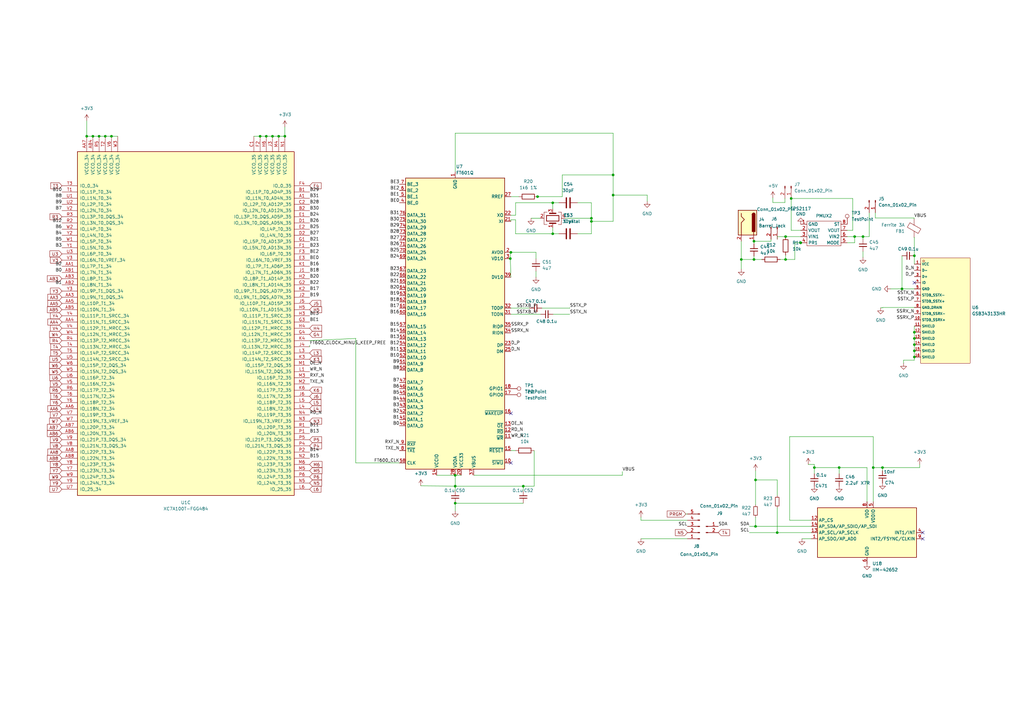
<source format=kicad_sch>
(kicad_sch (version 20231120) (generator "eeschema") (generator_version "8.0")
  (paper "A3")
  (lib_symbols
    (symbol "Connector:Barrel_Jack" (pin_names (offset 1.016))
      (property "Reference" "J" (at 0 5.334 0))
      (property "Value" "Barrel_Jack" (at 0 -5.08 0))
      (symbol "Barrel_Jack_1_1"
        (pin passive line (at 7.62 2.54 180) (length 2.54) (name "~") (number "1"))
        (pin passive line (at 7.62 -2.54 180) (length 2.54) (name "~") (number "2"))
      )
    )
    (symbol "Connector:Conn_01x02_Pin" (pin_names (offset 1.016) hide)
      (property "Reference" "J" (at 0 2.54 0))
      (property "Value" "Conn_01x02_Pin" (at 0 -5.08 0))
      (symbol "Conn_01x02_Pin_1_1"
        (pin passive line (at 5.08 0 180) (length 3.81) (name "Pin_1") (number "1"))
        (pin passive line (at 5.08 -2.54 180) (length 3.81) (name "Pin_2") (number "2"))
      )
    )
    (symbol "Connector:Conn_01x05_Pin" (pin_names (offset 1.016) hide)
      (property "Reference" "J" (at 0 7.62 0))
      (property "Value" "Conn_01x05_Pin" (at 0 -7.62 0))
      (symbol "Conn_01x05_Pin_1_1"
        (pin passive line (at 5.08 5.08 180) (length 3.81) (name "Pin_1") (number "1"))
        (pin passive line (at 5.08 2.54 180) (length 3.81) (name "Pin_2") (number "2"))
        (pin passive line (at 5.08 0 180) (length 3.81) (name "Pin_3") (number "3"))
        (pin passive line (at 5.08 -2.54 180) (length 3.81) (name "Pin_4") (number "4"))
        (pin passive line (at 5.08 -5.08 180) (length 3.81) (name "Pin_5") (number "5"))
      )
    )
    (symbol "Connector:TestPoint" (pin_numbers hide) (pin_names (offset 0.762) hide)
      (property "Reference" "TP" (at 0 6.858 0))
      (property "Value" "TestPoint" (at 0 5.08 0))
      (symbol "TestPoint_1_1"
        (pin passive line (at 0 0 90) (length 2.54) (name "1") (number "1"))
      )
    )
    (symbol "Device:C" (pin_numbers hide) (pin_names (offset 0.254))
      (property "Reference" "C" (at 0.635 2.54 0))
      (property "Value" "C" (at 0.635 -2.54 0))
      (symbol "C_1_1"
        (pin passive line (at 0 3.81 270) (length 2.794) (name "~") (number "1"))
        (pin passive line (at 0 -3.81 90) (length 2.794) (name "~") (number "2"))
      )
    )
    (symbol "Device:C_Small" (pin_numbers hide) (pin_names (offset 0.254) hide)
      (property "Reference" "C" (at 0.254 1.778 0))
      (property "Value" "C_Small" (at 0.254 -2.032 0))
      (symbol "C_Small_1_1"
        (pin passive line (at 0 2.54 270) (length 2.032) (name "~") (number "1"))
        (pin passive line (at 0 -2.54 90) (length 2.032) (name "~") (number "2"))
      )
    )
    (symbol "Device:Crystal_GND24" (pin_names (offset 1.016) hide)
      (property "Reference" "Y" (at 3.175 5.08 0))
      (property "Value" "Crystal_GND24" (at 3.175 3.175 0))
      (symbol "Crystal_GND24_1_1"
        (pin passive line (at -3.81 0 0) (length 1.27) (name "1") (number "1"))
        (pin passive line (at 0 5.08 270) (length 1.27) (name "2") (number "2"))
        (pin passive line (at 3.81 0 180) (length 1.27) (name "3") (number "3"))
        (pin passive line (at 0 -5.08 90) (length 1.27) (name "4") (number "4"))
      )
    )
    (symbol "Device:FerriteBead" (pin_numbers hide) (pin_names (offset 0))
      (property "Reference" "FB" (at -3.81 0.635 90))
      (property "Value" "FerriteBead" (at 3.81 0 90))
      (symbol "FerriteBead_1_1"
        (pin passive line (at 0 3.81 270) (length 2.54) (name "~") (number "1"))
        (pin passive line (at 0 -3.81 90) (length 2.54) (name "~") (number "2"))
      )
    )
    (symbol "Device:R" (pin_numbers hide) (pin_names (offset 0))
      (property "Reference" "R" (at 2.032 0 90))
      (property "Value" "R" (at 0 0 90))
      (symbol "R_1_1"
        (pin passive line (at 0 3.81 270) (length 1.27) (name "~") (number "1"))
        (pin passive line (at 0 -3.81 90) (length 1.27) (name "~") (number "2"))
      )
    )
    (symbol "Device:R_Small" (pin_numbers hide) (pin_names (offset 0.254) hide)
      (property "Reference" "R" (at 0.762 0.508 0))
      (property "Value" "R_Small" (at 0.762 -1.016 0))
      (symbol "R_Small_1_1"
        (pin passive line (at 0 2.54 270) (length 0.762) (name "~") (number "1"))
        (pin passive line (at 0 -2.54 90) (length 0.762) (name "~") (number "2"))
      )
    )
    (symbol "FPGA_Xilinx_Artix7:XC7A100T-FGG484" (pin_names (offset 1.016))
      (property "Reference" "U" (at 0 1.27 0))
      (property "Value" "XC7A100T-FGG484" (at 0 -1.27 0))
      (symbol "XC7A100T-FGG484_1_1"
        (pin bidirectional line (at -50.8 10.16 0) (length 6.35) (name "IO_L9P_T1_DQS_13") (number "AA10"))
        (pin bidirectional line (at -50.8 7.62 0) (length 6.35) (name "IO_L9N_T1_DQS_13") (number "AA11"))
        (pin bidirectional line (at -50.8 40.64 0) (length 6.35) (name "IO_L3P_T0_DQS_13") (number "AA13"))
        (pin bidirectional line (at -50.8 27.94 0) (length 6.35) (name "IO_L5N_T0_13") (number "AA14"))
        (pin bidirectional line (at -50.8 35.56 0) (length 6.35) (name "IO_L4P_T0_13") (number "AA15"))
        (pin bidirectional line (at -50.8 48.26 0) (length 6.35) (name "IO_L1N_T0_13") (number "AA16"))
        (pin power_in line (at -40.64 73.66 270) (length 6.35) (name "VCCO_13") (number "AA17"))
        (pin bidirectional line (at 50.8 -30.48 180) (length 6.35) (name "IO_L17P_T2_A14_D30_14") (number "AA18"))
        (pin bidirectional line (at 50.8 -20.32 180) (length 6.35) (name "IO_L15P_T2_DQS_RDWR_B_14") (number "AA19"))
        (pin bidirectional line (at 50.8 15.24 180) (length 6.35) (name "IO_L8P_T1_D11_14") (number "AA20"))
        (pin bidirectional line (at 50.8 12.7 180) (length 6.35) (name "IO_L8N_T1_D12_14") (number "AA21"))
        (pin bidirectional line (at -50.8 15.24 0) (length 6.35) (name "IO_L8P_T1_13") (number "AA9"))
        (pin bidirectional line (at -50.8 12.7 0) (length 6.35) (name "IO_L8N_T1_13") (number "AB10"))
        (pin bidirectional line (at -50.8 20.32 0) (length 6.35) (name "IO_L7P_T1_13") (number "AB11"))
        (pin bidirectional line (at -50.8 17.78 0) (length 6.35) (name "IO_L7N_T1_13") (number "AB12"))
        (pin bidirectional line (at -50.8 38.1 0) (length 6.35) (name "IO_L3N_T0_DQS_13") (number "AB13"))
        (pin power_in line (at -38.1 73.66 270) (length 6.35) (name "VCCO_13") (number "AB14"))
        (pin bidirectional line (at -50.8 33.02 0) (length 6.35) (name "IO_L4N_T0_13") (number "AB15"))
        (pin bidirectional line (at -50.8 45.72 0) (length 6.35) (name "IO_L2P_T0_13") (number "AB16"))
        (pin bidirectional line (at -50.8 43.18 0) (length 6.35) (name "IO_L2N_T0_13") (number "AB17"))
        (pin bidirectional line (at 50.8 -33.02 180) (length 6.35) (name "IO_L17N_T2_A13_D29_14") (number "AB18"))
        (pin bidirectional line (at 50.8 -22.86 180) (length 6.35) (name "IO_L15N_T2_DQS_DOUT_CSO_B_14") (number "AB20"))
        (pin bidirectional line (at 50.8 5.08 180) (length 6.35) (name "IO_L10P_T1_D14_14") (number "AB21"))
        (pin bidirectional line (at 50.8 2.54 180) (length 6.35) (name "IO_L10N_T1_D15_14") (number "AB22"))
        (pin power_in line (at 27.94 73.66 270) (length 6.35) (name "VCCO_14") (number "M14"))
        (pin bidirectional line (at 50.8 -60.96 180) (length 6.35) (name "IO_L23P_T3_A03_D19_14") (number "N13"))
        (pin bidirectional line (at 50.8 -63.5 180) (length 6.35) (name "IO_L23N_T3_A02_D18_14") (number "N14"))
        (pin bidirectional line (at 50.8 -71.12 180) (length 6.35) (name "IO_25_14") (number "N15"))
        (pin bidirectional line (at 50.8 -50.8 180) (length 6.35) (name "IO_L21P_T3_DQS_14") (number "N17"))
        (pin bidirectional line (at 50.8 -40.64 180) (length 6.35) (name "IO_L19P_T3_A10_D26_14") (number "P14"))
        (pin bidirectional line (at 50.8 -55.88 180) (length 6.35) (name "IO_L22P_T3_A05_D21_14") (number "P15"))
        (pin bidirectional line (at 50.8 -66.04 180) (length 6.35) (name "IO_L24P_T3_A01_D17_14") (number "P16"))
        (pin bidirectional line (at 50.8 -53.34 180) (length 6.35) (name "IO_L21N_T3_DQS_A06_D22_14") (number "P17"))
        (pin power_in line (at 30.48 73.66 270) (length 6.35) (name "VCCO_14") (number "P18"))
        (pin bidirectional line (at 50.8 30.48 180) (length 6.35) (name "IO_L5P_T0_D06_14") (number "P19"))
        (pin bidirectional line (at 50.8 53.34 180) (length 6.35) (name "IO_0_14") (number "P20"))
        (pin bidirectional line (at 50.8 45.72 180) (length 6.35) (name "IO_L2P_T0_D02_14") (number "P21"))
        (pin bidirectional line (at 50.8 50.8 180) (length 6.35) (name "IO_L1P_T0_D00_MOSI_14") (number "P22"))
        (pin bidirectional line (at 50.8 -43.18 180) (length 6.35) (name "IO_L19N_T3_A09_D25_VREF_14") (number "R14"))
        (pin power_in line (at 33.02 73.66 270) (length 6.35) (name "VCCO_14") (number "R15"))
        (pin bidirectional line (at 50.8 -58.42 180) (length 6.35) (name "IO_L22N_T3_A04_D20_14") (number "R16"))
        (pin bidirectional line (at 50.8 -68.58 180) (length 6.35) (name "IO_L24N_T3_A00_D16_14") (number "R17"))
        (pin bidirectional line (at 50.8 -45.72 180) (length 6.35) (name "IO_L20P_T3_A08_D24_14") (number "R18"))
        (pin bidirectional line (at 50.8 27.94 180) (length 6.35) (name "IO_L5N_T0_D07_14") (number "R19"))
        (pin bidirectional line (at 50.8 43.18 180) (length 6.35) (name "IO_L2N_T0_D03_14") (number "R21"))
        (pin bidirectional line (at 50.8 48.26 180) (length 6.35) (name "IO_L1N_T0_D01_DIN_14") (number "R22"))
        (pin bidirectional line (at -50.8 -20.32 0) (length 6.35) (name "IO_L15P_T2_DQS_13") (number "T14"))
        (pin bidirectional line (at -50.8 -22.86 0) (length 6.35) (name "IO_L15N_T2_DQS_13") (number "T15"))
        (pin bidirectional line (at -50.8 -30.48 0) (length 6.35) (name "IO_L17P_T2_13") (number "T16"))
        (pin bidirectional line (at 50.8 -48.26 180) (length 6.35) (name "IO_L20N_T3_A07_D23_14") (number "T18"))
        (pin bidirectional line (at 50.8 25.4 180) (length 6.35) (name "IO_L6P_T0_FCS_B_14") (number "T19"))
        (pin bidirectional line (at 50.8 22.86 180) (length 6.35) (name "IO_L6N_T0_D08_VREF_14") (number "T20"))
        (pin bidirectional line (at 50.8 35.56 180) (length 6.35) (name "IO_L4P_T0_D04_14") (number "T21"))
        (pin power_in line (at 35.56 73.66 270) (length 6.35) (name "VCCO_14") (number "T22"))
        (pin bidirectional line (at -50.8 -15.24 0) (length 6.35) (name "IO_L14P_T2_SRCC_13") (number "U15"))
        (pin bidirectional line (at -50.8 -33.02 0) (length 6.35) (name "IO_L17N_T2_13") (number "U16"))
        (pin bidirectional line (at 50.8 -35.56 180) (length 6.35) (name "IO_L18P_T2_A12_D28_14") (number "U17"))
        (pin bidirectional line (at 50.8 -38.1 180) (length 6.35) (name "IO_L18N_T2_A11_D27_14") (number "U18"))
        (pin power_in line (at 38.1 73.66 270) (length 6.35) (name "VCCO_14") (number "U19"))
        (pin bidirectional line (at 50.8 0 180) (length 6.35) (name "IO_L11P_T1_SRCC_14") (number "U20"))
        (pin bidirectional line (at 50.8 33.02 180) (length 6.35) (name "IO_L4N_T0_D05_14") (number "U21"))
        (pin bidirectional line (at 50.8 40.64 180) (length 6.35) (name "IO_L3P_T0_DQS_PUDC_B_14") (number "U22"))
        (pin bidirectional line (at -50.8 5.08 0) (length 6.35) (name "IO_L10P_T1_13") (number "V10"))
        (pin bidirectional line (at -50.8 -10.16 0) (length 6.35) (name "IO_L13P_T2_MRCC_13") (number "V13"))
        (pin bidirectional line (at -50.8 -12.7 0) (length 6.35) (name "IO_L13N_T2_MRCC_13") (number "V14"))
        (pin bidirectional line (at -50.8 -17.78 0) (length 6.35) (name "IO_L14N_T2_SRCC_13") (number "V15"))
        (pin power_in line (at -35.56 73.66 270) (length 6.35) (name "VCCO_13") (number "V16"))
        (pin bidirectional line (at 50.8 -25.4 180) (length 6.35) (name "IO_L16P_T2_CSI_B_14") (number "V17"))
        (pin bidirectional line (at 50.8 -15.24 180) (length 6.35) (name "IO_L14P_T2_SRCC_14") (number "V18"))
        (pin bidirectional line (at 50.8 -17.78 180) (length 6.35) (name "IO_L14N_T2_SRCC_14") (number "V19"))
        (pin bidirectional line (at 50.8 -2.54 180) (length 6.35) (name "IO_L11N_T1_SRCC_14") (number "V20"))
        (pin bidirectional line (at 50.8 38.1 180) (length 6.35) (name "IO_L3N_T0_DQS_EMCCLK_14") (number "V22"))
        (pin bidirectional line (at -50.8 2.54 0) (length 6.35) (name "IO_L10N_T1_13") (number "W10"))
        (pin bidirectional line (at -50.8 -5.08 0) (length 6.35) (name "IO_L12P_T1_MRCC_13") (number "W11"))
        (pin bidirectional line (at -50.8 -7.62 0) (length 6.35) (name "IO_L12N_T1_MRCC_13") (number "W12"))
        (pin power_in line (at -33.02 73.66 270) (length 6.35) (name "VCCO_13") (number "W13"))
        (pin bidirectional line (at -50.8 25.4 0) (length 6.35) (name "IO_L6P_T0_13") (number "W14"))
        (pin bidirectional line (at -50.8 -25.4 0) (length 6.35) (name "IO_L16P_T2_13") (number "W15"))
        (pin bidirectional line (at -50.8 -27.94 0) (length 6.35) (name "IO_L16N_T2_13") (number "W16"))
        (pin bidirectional line (at 50.8 -27.94 180) (length 6.35) (name "IO_L16N_T2_A15_D31_14") (number "W17"))
        (pin bidirectional line (at 50.8 -5.08 180) (length 6.35) (name "IO_L12P_T1_MRCC_14") (number "W19"))
        (pin bidirectional line (at 50.8 -7.62 180) (length 6.35) (name "IO_L12N_T1_MRCC_14") (number "W20"))
        (pin bidirectional line (at 50.8 20.32 180) (length 6.35) (name "IO_L7P_T1_D09_14") (number "W21"))
        (pin bidirectional line (at 50.8 17.78 180) (length 6.35) (name "IO_L7N_T1_D10_14") (number "W22"))
        (pin power_in line (at -30.48 73.66 270) (length 6.35) (name "VCCO_13") (number "Y10"))
        (pin bidirectional line (at -50.8 0 0) (length 6.35) (name "IO_L11P_T1_SRCC_13") (number "Y11"))
        (pin bidirectional line (at -50.8 -2.54 0) (length 6.35) (name "IO_L11N_T1_SRCC_13") (number "Y12"))
        (pin bidirectional line (at -50.8 30.48 0) (length 6.35) (name "IO_L5P_T0_13") (number "Y13"))
        (pin bidirectional line (at -50.8 22.86 0) (length 6.35) (name "IO_L6N_T0_VREF_13") (number "Y14"))
        (pin bidirectional line (at -50.8 50.8 0) (length 6.35) (name "IO_L1P_T0_13") (number "Y16"))
        (pin bidirectional line (at -50.8 53.34 0) (length 6.35) (name "IO_0_13") (number "Y17"))
        (pin bidirectional line (at 50.8 -10.16 180) (length 6.35) (name "IO_L13P_T2_MRCC_14") (number "Y18"))
        (pin bidirectional line (at 50.8 -12.7 180) (length 6.35) (name "IO_L13N_T2_MRCC_14") (number "Y19"))
        (pin power_in line (at 40.64 73.66 270) (length 6.35) (name "VCCO_14") (number "Y20"))
        (pin bidirectional line (at 50.8 10.16 180) (length 6.35) (name "IO_L9P_T1_DQS_14") (number "Y21"))
        (pin bidirectional line (at 50.8 7.62 180) (length 6.35) (name "IO_L9N_T1_DQS_D13_14") (number "Y22"))
      )
      (symbol "XC7A100T-FGG484_2_1"
        (pin bidirectional line (at 50.8 5.08 180) (length 6.35) (name "IO_L10P_T1_16") (number "A13"))
        (pin bidirectional line (at 50.8 2.54 180) (length 6.35) (name "IO_L10N_T1_16") (number "A14"))
        (pin bidirectional line (at 50.8 10.16 180) (length 6.35) (name "IO_L9P_T1_DQS_16") (number "A15"))
        (pin bidirectional line (at 50.8 7.62 180) (length 6.35) (name "IO_L9N_T1_DQS_16") (number "A16"))
        (pin power_in line (at 27.94 73.66 270) (length 6.35) (name "VCCO_16") (number "A17"))
        (pin bidirectional line (at 50.8 -30.48 180) (length 6.35) (name "IO_L17P_T2_16") (number "A18"))
        (pin bidirectional line (at 50.8 -33.02 180) (length 6.35) (name "IO_L17N_T2_16") (number "A19"))
        (pin bidirectional line (at 50.8 -27.94 180) (length 6.35) (name "IO_L16N_T2_16") (number "A20"))
        (pin bidirectional line (at 50.8 -53.34 180) (length 6.35) (name "IO_L21N_T3_DQS_16") (number "A21"))
        (pin bidirectional line (at 50.8 12.7 180) (length 6.35) (name "IO_L8N_T1_16") (number "B13"))
        (pin power_in line (at 30.48 73.66 270) (length 6.35) (name "VCCO_16") (number "B14"))
        (pin bidirectional line (at 50.8 20.32 180) (length 6.35) (name "IO_L7P_T1_16") (number "B15"))
        (pin bidirectional line (at 50.8 17.78 180) (length 6.35) (name "IO_L7N_T1_16") (number "B16"))
        (pin bidirectional line (at 50.8 0 180) (length 6.35) (name "IO_L11P_T1_SRCC_16") (number "B17"))
        (pin bidirectional line (at 50.8 -2.54 180) (length 6.35) (name "IO_L11N_T1_SRCC_16") (number "B18"))
        (pin bidirectional line (at 50.8 -25.4 180) (length 6.35) (name "IO_L16P_T2_16") (number "B20"))
        (pin bidirectional line (at 50.8 -50.8 180) (length 6.35) (name "IO_L21P_T3_DQS_16") (number "B21"))
        (pin bidirectional line (at 50.8 -48.26 180) (length 6.35) (name "IO_L20N_T3_16") (number "B22"))
        (pin bidirectional line (at 50.8 15.24 180) (length 6.35) (name "IO_L8P_T1_16") (number "C13"))
        (pin bidirectional line (at 50.8 40.64 180) (length 6.35) (name "IO_L3P_T0_DQS_16") (number "C14"))
        (pin bidirectional line (at 50.8 38.1 180) (length 6.35) (name "IO_L3N_T0_DQS_16") (number "C15"))
        (pin bidirectional line (at 50.8 -7.62 180) (length 6.35) (name "IO_L12N_T1_MRCC_16") (number "C17"))
        (pin bidirectional line (at 50.8 -10.16 180) (length 6.35) (name "IO_L13P_T2_MRCC_16") (number "C18"))
        (pin bidirectional line (at 50.8 -12.7 180) (length 6.35) (name "IO_L13N_T2_MRCC_16") (number "C19"))
        (pin bidirectional line (at 50.8 -43.18 180) (length 6.35) (name "IO_L19N_T3_VREF_16") (number "C20"))
        (pin power_in line (at 33.02 73.66 270) (length 6.35) (name "VCCO_16") (number "C21"))
        (pin bidirectional line (at 50.8 -45.72 180) (length 6.35) (name "IO_L20P_T3_16") (number "C22"))
        (pin bidirectional line (at 50.8 25.4 180) (length 6.35) (name "IO_L6P_T0_16") (number "D14"))
        (pin bidirectional line (at 50.8 22.86 180) (length 6.35) (name "IO_L6N_T0_VREF_16") (number "D15"))
        (pin bidirectional line (at 50.8 27.94 180) (length 6.35) (name "IO_L5N_T0_16") (number "D16"))
        (pin bidirectional line (at 50.8 -5.08 180) (length 6.35) (name "IO_L12P_T1_MRCC_16") (number "D17"))
        (pin power_in line (at 35.56 73.66 270) (length 6.35) (name "VCCO_16") (number "D18"))
        (pin bidirectional line (at 50.8 -17.78 180) (length 6.35) (name "IO_L14N_T2_SRCC_16") (number "D19"))
        (pin bidirectional line (at 50.8 -40.64 180) (length 6.35) (name "IO_L19P_T3_16") (number "D20"))
        (pin bidirectional line (at 50.8 -63.5 180) (length 6.35) (name "IO_L23N_T3_16") (number "D21"))
        (pin bidirectional line (at 50.8 -58.42 180) (length 6.35) (name "IO_L22N_T3_16") (number "D22"))
        (pin bidirectional line (at 50.8 35.56 180) (length 6.35) (name "IO_L4P_T0_16") (number "E13"))
        (pin bidirectional line (at 50.8 33.02 180) (length 6.35) (name "IO_L4N_T0_16") (number "E14"))
        (pin power_in line (at 38.1 73.66 270) (length 6.35) (name "VCCO_16") (number "E15"))
        (pin bidirectional line (at 50.8 30.48 180) (length 6.35) (name "IO_L5P_T0_16") (number "E16"))
        (pin bidirectional line (at 50.8 43.18 180) (length 6.35) (name "IO_L2N_T0_16") (number "E17"))
        (pin bidirectional line (at 50.8 -22.86 180) (length 6.35) (name "IO_L15N_T2_DQS_16") (number "E18"))
        (pin bidirectional line (at 50.8 -15.24 180) (length 6.35) (name "IO_L14P_T2_SRCC_16") (number "E19"))
        (pin bidirectional line (at 50.8 -60.96 180) (length 6.35) (name "IO_L23P_T3_16") (number "E21"))
        (pin bidirectional line (at 50.8 -55.88 180) (length 6.35) (name "IO_L22P_T3_16") (number "E22"))
        (pin bidirectional line (at 50.8 50.8 180) (length 6.35) (name "IO_L1P_T0_16") (number "F13"))
        (pin bidirectional line (at 50.8 48.26 180) (length 6.35) (name "IO_L1N_T0_16") (number "F14"))
        (pin bidirectional line (at 50.8 53.34 180) (length 6.35) (name "IO_0_16") (number "F15"))
        (pin bidirectional line (at 50.8 45.72 180) (length 6.35) (name "IO_L2P_T0_16") (number "F16"))
        (pin bidirectional line (at 50.8 -20.32 180) (length 6.35) (name "IO_L15P_T2_DQS_16") (number "F18"))
        (pin bidirectional line (at 50.8 -35.56 180) (length 6.35) (name "IO_L18P_T2_16") (number "F19"))
        (pin bidirectional line (at 50.8 -38.1 180) (length 6.35) (name "IO_L18N_T2_16") (number "F20"))
        (pin bidirectional line (at 50.8 -71.12 180) (length 6.35) (name "IO_25_16") (number "F21"))
        (pin power_in line (at 40.64 73.66 270) (length 6.35) (name "VCCO_16") (number "F22"))
        (pin bidirectional line (at -50.8 48.26 0) (length 6.35) (name "IO_L1N_T0_AD0N_15") (number "G13"))
        (pin bidirectional line (at -50.8 45.72 0) (length 6.35) (name "IO_L2P_T0_AD8P_15") (number "G15"))
        (pin bidirectional line (at -50.8 43.18 0) (length 6.35) (name "IO_L2N_T0_AD8N_15") (number "G16"))
        (pin bidirectional line (at -50.8 35.56 0) (length 6.35) (name "IO_L4P_T0_15") (number "G17"))
        (pin bidirectional line (at -50.8 33.02 0) (length 6.35) (name "IO_L4N_T0_15") (number "G18"))
        (pin power_in line (at -40.64 73.66 270) (length 6.35) (name "VCCO_15") (number "G19"))
        (pin bidirectional line (at -50.8 12.7 0) (length 6.35) (name "IO_L8N_T1_AD10N_15") (number "G20"))
        (pin bidirectional line (at 50.8 -66.04 180) (length 6.35) (name "IO_L24P_T3_16") (number "G21"))
        (pin bidirectional line (at 50.8 -68.58 180) (length 6.35) (name "IO_L24N_T3_16") (number "G22"))
        (pin bidirectional line (at -50.8 50.8 0) (length 6.35) (name "IO_L1P_T0_AD0P_15") (number "H13"))
        (pin bidirectional line (at -50.8 38.1 0) (length 6.35) (name "IO_L3N_T0_DQS_AD1N_15") (number "H14"))
        (pin bidirectional line (at -50.8 27.94 0) (length 6.35) (name "IO_L5N_T0_AD9N_15") (number "H15"))
        (pin power_in line (at -38.1 73.66 270) (length 6.35) (name "VCCO_15") (number "H16"))
        (pin bidirectional line (at -50.8 25.4 0) (length 6.35) (name "IO_L6P_T0_15") (number "H17"))
        (pin bidirectional line (at -50.8 22.86 0) (length 6.35) (name "IO_L6N_T0_VREF_15") (number "H18"))
        (pin bidirectional line (at -50.8 -7.62 0) (length 6.35) (name "IO_L12N_T1_MRCC_15") (number "H19"))
        (pin bidirectional line (at -50.8 15.24 0) (length 6.35) (name "IO_L8P_T1_AD10P_15") (number "H20"))
        (pin bidirectional line (at -50.8 17.78 0) (length 6.35) (name "IO_L7N_T1_AD2N_15") (number "H22"))
        (pin power_in line (at -35.56 73.66 270) (length 6.35) (name "VCCO_15") (number "J13"))
        (pin bidirectional line (at -50.8 40.64 0) (length 6.35) (name "IO_L3P_T0_DQS_AD1P_15") (number "J14"))
        (pin bidirectional line (at -50.8 30.48 0) (length 6.35) (name "IO_L5P_T0_AD9P_15") (number "J15"))
        (pin bidirectional line (at -50.8 53.34 0) (length 6.35) (name "IO_0_15") (number "J16"))
        (pin bidirectional line (at -50.8 -53.34 0) (length 6.35) (name "IO_L21N_T3_DQS_A18_15") (number "J17"))
        (pin bidirectional line (at -50.8 -5.08 0) (length 6.35) (name "IO_L12P_T1_MRCC_15") (number "J19"))
        (pin bidirectional line (at -50.8 0 0) (length 6.35) (name "IO_L11P_T1_SRCC_15") (number "J20"))
        (pin bidirectional line (at -50.8 -2.54 0) (length 6.35) (name "IO_L11N_T1_SRCC_15") (number "J21"))
        (pin bidirectional line (at -50.8 20.32 0) (length 6.35) (name "IO_L7P_T1_AD2P_15") (number "J22"))
        (pin bidirectional line (at -50.8 -40.64 0) (length 6.35) (name "IO_L19P_T3_A22_15") (number "K13"))
        (pin bidirectional line (at -50.8 -43.18 0) (length 6.35) (name "IO_L19N_T3_A21_VREF_15") (number "K14"))
        (pin bidirectional line (at -50.8 -63.5 0) (length 6.35) (name "IO_L23N_T3_FWE_B_15") (number "K16"))
        (pin bidirectional line (at -50.8 -50.8 0) (length 6.35) (name "IO_L21P_T3_DQS_15") (number "K17"))
        (pin bidirectional line (at -50.8 -10.16 0) (length 6.35) (name "IO_L13P_T2_MRCC_15") (number "K18"))
        (pin bidirectional line (at -50.8 -12.7 0) (length 6.35) (name "IO_L13N_T2_MRCC_15") (number "K19"))
        (pin power_in line (at -33.02 73.66 270) (length 6.35) (name "VCCO_15") (number "K20"))
        (pin bidirectional line (at -50.8 10.16 0) (length 6.35) (name "IO_L9P_T1_DQS_AD3P_15") (number "K21"))
        (pin bidirectional line (at -50.8 7.62 0) (length 6.35) (name "IO_L9N_T1_DQS_AD3N_15") (number "K22"))
        (pin bidirectional line (at -50.8 -48.26 0) (length 6.35) (name "IO_L20N_T3_A19_15") (number "L13"))
        (pin bidirectional line (at -50.8 -55.88 0) (length 6.35) (name "IO_L22P_T3_A17_15") (number "L14"))
        (pin bidirectional line (at -50.8 -58.42 0) (length 6.35) (name "IO_L22N_T3_A16_15") (number "L15"))
        (pin bidirectional line (at -50.8 -60.96 0) (length 6.35) (name "IO_L23P_T3_FOE_B_15") (number "L16"))
        (pin power_in line (at -30.48 73.66 270) (length 6.35) (name "VCCO_15") (number "L17"))
        (pin bidirectional line (at -50.8 -27.94 0) (length 6.35) (name "IO_L16N_T2_A27_15") (number "L18"))
        (pin bidirectional line (at -50.8 -15.24 0) (length 6.35) (name "IO_L14P_T2_SRCC_15") (number "L19"))
        (pin bidirectional line (at -50.8 -17.78 0) (length 6.35) (name "IO_L14N_T2_SRCC_15") (number "L20"))
        (pin bidirectional line (at -50.8 2.54 0) (length 6.35) (name "IO_L10N_T1_AD11N_15") (number "L21"))
        (pin bidirectional line (at -50.8 -45.72 0) (length 6.35) (name "IO_L20P_T3_A20_15") (number "M13"))
        (pin bidirectional line (at -50.8 -66.04 0) (length 6.35) (name "IO_L24P_T3_RS1_15") (number "M15"))
        (pin bidirectional line (at -50.8 -68.58 0) (length 6.35) (name "IO_L24N_T3_RS0_15") (number "M16"))
        (pin bidirectional line (at -50.8 -71.12 0) (length 6.35) (name "IO_25_15") (number "M17"))
        (pin bidirectional line (at -50.8 -25.4 0) (length 6.35) (name "IO_L16P_T2_A28_15") (number "M18"))
        (pin bidirectional line (at -50.8 -38.1 0) (length 6.35) (name "IO_L18N_T2_A23_15") (number "M20"))
        (pin bidirectional line (at -50.8 5.08 0) (length 6.35) (name "IO_L10P_T1_AD11P_15") (number "M21"))
        (pin bidirectional line (at -50.8 -22.86 0) (length 6.35) (name "IO_L15N_T2_DQS_ADV_B_15") (number "M22"))
        (pin bidirectional line (at -50.8 -30.48 0) (length 6.35) (name "IO_L17P_T2_A26_15") (number "N18"))
        (pin bidirectional line (at -50.8 -33.02 0) (length 6.35) (name "IO_L17N_T2_A25_15") (number "N19"))
        (pin bidirectional line (at -50.8 -35.56 0) (length 6.35) (name "IO_L18P_T2_A24_15") (number "N20"))
        (pin power_in line (at -27.94 73.66 270) (length 6.35) (name "VCCO_15") (number "N21"))
        (pin bidirectional line (at -50.8 -20.32 0) (length 6.35) (name "IO_L15P_T2_DQS_15") (number "N22"))
      )
      (symbol "XC7A100T-FGG484_3_1"
        (pin bidirectional line (at 50.8 48.26 180) (length 6.35) (name "IO_L1N_T0_AD4N_35") (number "A1"))
        (pin bidirectional line (at -50.8 20.32 0) (length 6.35) (name "IO_L7P_T1_34") (number "AA1"))
        (pin bidirectional line (at -50.8 7.62 0) (length 6.35) (name "IO_L9N_T1_DQS_34") (number "AA3"))
        (pin bidirectional line (at -50.8 -2.54 0) (length 6.35) (name "IO_L11N_T1_SRCC_34") (number "AA4"))
        (pin bidirectional line (at -50.8 5.08 0) (length 6.35) (name "IO_L10P_T1_34") (number "AA5"))
        (pin bidirectional line (at -50.8 -38.1 0) (length 6.35) (name "IO_L18N_T2_34") (number "AA6"))
        (pin power_in line (at -40.64 73.66 270) (length 6.35) (name "VCCO_34") (number "AA7"))
        (pin bidirectional line (at -50.8 -55.88 0) (length 6.35) (name "IO_L22P_T3_34") (number "AA8"))
        (pin bidirectional line (at -50.8 17.78 0) (length 6.35) (name "IO_L7N_T1_34") (number "AB1"))
        (pin bidirectional line (at -50.8 12.7 0) (length 6.35) (name "IO_L8N_T1_34") (number "AB2"))
        (pin bidirectional line (at -50.8 15.24 0) (length 6.35) (name "IO_L8P_T1_34") (number "AB3"))
        (pin power_in line (at -38.1 73.66 270) (length 6.35) (name "VCCO_34") (number "AB4"))
        (pin bidirectional line (at -50.8 2.54 0) (length 6.35) (name "IO_L10N_T1_34") (number "AB5"))
        (pin bidirectional line (at -50.8 -48.26 0) (length 6.35) (name "IO_L20N_T3_34") (number "AB6"))
        (pin bidirectional line (at -50.8 -45.72 0) (length 6.35) (name "IO_L20P_T3_34") (number "AB7"))
        (pin bidirectional line (at -50.8 -58.42 0) (length 6.35) (name "IO_L22N_T3_34") (number "AB8"))
        (pin bidirectional line (at 50.8 50.8 180) (length 6.35) (name "IO_L1P_T0_AD4P_35") (number "B1"))
        (pin bidirectional line (at 50.8 43.18 180) (length 6.35) (name "IO_L2N_T0_AD12N_35") (number "B2"))
        (pin power_in line (at 27.94 73.66 270) (length 6.35) (name "VCCO_35") (number "C1"))
        (pin bidirectional line (at 50.8 45.72 180) (length 6.35) (name "IO_L2P_T0_AD12P_35") (number "C2"))
        (pin bidirectional line (at 50.8 38.1 180) (length 6.35) (name "IO_L3N_T0_DQS_AD5N_35") (number "D1"))
        (pin bidirectional line (at 50.8 33.02 180) (length 6.35) (name "IO_L4N_T0_35") (number "D2"))
        (pin bidirectional line (at 50.8 40.64 180) (length 6.35) (name "IO_L3P_T0_DQS_AD5P_35") (number "E1"))
        (pin bidirectional line (at 50.8 35.56 180) (length 6.35) (name "IO_L4P_T0_35") (number "E2"))
        (pin bidirectional line (at 50.8 22.86 180) (length 6.35) (name "IO_L6N_T0_VREF_35") (number "E3"))
        (pin bidirectional line (at 50.8 27.94 180) (length 6.35) (name "IO_L5N_T0_AD13N_35") (number "F1"))
        (pin power_in line (at 30.48 73.66 270) (length 6.35) (name "VCCO_35") (number "F2"))
        (pin bidirectional line (at 50.8 25.4 180) (length 6.35) (name "IO_L6P_T0_35") (number "F3"))
        (pin bidirectional line (at 50.8 53.34 180) (length 6.35) (name "IO_0_35") (number "F4"))
        (pin bidirectional line (at 50.8 30.48 180) (length 6.35) (name "IO_L5P_T0_AD13P_35") (number "G1"))
        (pin bidirectional line (at 50.8 12.7 180) (length 6.35) (name "IO_L8N_T1_AD14N_35") (number "G2"))
        (pin bidirectional line (at 50.8 -2.54 180) (length 6.35) (name "IO_L11N_T1_SRCC_35") (number "G3"))
        (pin bidirectional line (at 50.8 -7.62 180) (length 6.35) (name "IO_L12N_T1_MRCC_35") (number "G4"))
        (pin bidirectional line (at 50.8 15.24 180) (length 6.35) (name "IO_L8P_T1_AD14P_35") (number "H2"))
        (pin bidirectional line (at 50.8 0 180) (length 6.35) (name "IO_L11P_T1_SRCC_35") (number "H3"))
        (pin bidirectional line (at 50.8 -5.08 180) (length 6.35) (name "IO_L12P_T1_MRCC_35") (number "H4"))
        (pin bidirectional line (at 50.8 2.54 180) (length 6.35) (name "IO_L10N_T1_AD15N_35") (number "H5"))
        (pin power_in line (at 33.02 73.66 270) (length 6.35) (name "VCCO_35") (number "H6"))
        (pin bidirectional line (at 50.8 17.78 180) (length 6.35) (name "IO_L7N_T1_AD6N_35") (number "J1"))
        (pin bidirectional line (at 50.8 7.62 180) (length 6.35) (name "IO_L9N_T1_DQS_AD7N_35") (number "J2"))
        (pin power_in line (at 35.56 73.66 270) (length 6.35) (name "VCCO_35") (number "J3"))
        (pin bidirectional line (at 50.8 -12.7 180) (length 6.35) (name "IO_L13N_T2_MRCC_35") (number "J4"))
        (pin bidirectional line (at 50.8 5.08 180) (length 6.35) (name "IO_L10P_T1_AD15P_35") (number "J5"))
        (pin bidirectional line (at 50.8 -33.02 180) (length 6.35) (name "IO_L17N_T2_35") (number "J6"))
        (pin bidirectional line (at 50.8 20.32 180) (length 6.35) (name "IO_L7P_T1_AD6P_35") (number "K1"))
        (pin bidirectional line (at 50.8 10.16 180) (length 6.35) (name "IO_L9P_T1_DQS_AD7P_35") (number "K2"))
        (pin bidirectional line (at 50.8 -17.78 180) (length 6.35) (name "IO_L14N_T2_SRCC_35") (number "K3"))
        (pin bidirectional line (at 50.8 -10.16 180) (length 6.35) (name "IO_L13P_T2_MRCC_35") (number "K4"))
        (pin bidirectional line (at 50.8 -30.48 180) (length 6.35) (name "IO_L17P_T2_35") (number "K6"))
        (pin bidirectional line (at 50.8 -22.86 180) (length 6.35) (name "IO_L15N_T2_DQS_35") (number "L1"))
        (pin bidirectional line (at 50.8 -15.24 180) (length 6.35) (name "IO_L14P_T2_SRCC_35") (number "L3"))
        (pin bidirectional line (at 50.8 -38.1 180) (length 6.35) (name "IO_L18N_T2_35") (number "L4"))
        (pin bidirectional line (at 50.8 -35.56 180) (length 6.35) (name "IO_L18P_T2_35") (number "L5"))
        (pin bidirectional line (at 50.8 -71.12 180) (length 6.35) (name "IO_25_35") (number "L6"))
        (pin bidirectional line (at 50.8 -20.32 180) (length 6.35) (name "IO_L15P_T2_DQS_35") (number "M1"))
        (pin bidirectional line (at 50.8 -27.94 180) (length 6.35) (name "IO_L16N_T2_35") (number "M2"))
        (pin bidirectional line (at 50.8 -25.4 180) (length 6.35) (name "IO_L16P_T2_35") (number "M3"))
        (pin power_in line (at 38.1 73.66 270) (length 6.35) (name "VCCO_35") (number "M4"))
        (pin bidirectional line (at 50.8 -63.5 180) (length 6.35) (name "IO_L23N_T3_35") (number "M5"))
        (pin bidirectional line (at 50.8 -60.96 180) (length 6.35) (name "IO_L23P_T3_35") (number "M6"))
        (pin power_in line (at 40.64 73.66 270) (length 6.35) (name "VCCO_35") (number "N1"))
        (pin bidirectional line (at 50.8 -58.42 180) (length 6.35) (name "IO_L22N_T3_35") (number "N2"))
        (pin bidirectional line (at 50.8 -43.18 180) (length 6.35) (name "IO_L19N_T3_VREF_35") (number "N3"))
        (pin bidirectional line (at 50.8 -40.64 180) (length 6.35) (name "IO_L19P_T3_35") (number "N4"))
        (pin bidirectional line (at 50.8 -68.58 180) (length 6.35) (name "IO_L24N_T3_35") (number "N5"))
        (pin bidirectional line (at 50.8 -48.26 180) (length 6.35) (name "IO_L20N_T3_35") (number "P1"))
        (pin bidirectional line (at 50.8 -55.88 180) (length 6.35) (name "IO_L22P_T3_35") (number "P2"))
        (pin bidirectional line (at 50.8 -53.34 180) (length 6.35) (name "IO_L21N_T3_DQS_35") (number "P4"))
        (pin bidirectional line (at 50.8 -50.8 180) (length 6.35) (name "IO_L21P_T3_DQS_35") (number "P5"))
        (pin bidirectional line (at 50.8 -66.04 180) (length 6.35) (name "IO_L24P_T3_35") (number "P6"))
        (pin bidirectional line (at 50.8 -45.72 180) (length 6.35) (name "IO_L20P_T3_35") (number "R1"))
        (pin bidirectional line (at -50.8 38.1 0) (length 6.35) (name "IO_L3N_T0_DQS_34") (number "R2"))
        (pin bidirectional line (at -50.8 40.64 0) (length 6.35) (name "IO_L3P_T0_DQS_34") (number "R3"))
        (pin bidirectional line (at -50.8 -10.16 0) (length 6.35) (name "IO_L13P_T2_MRCC_34") (number "R4"))
        (pin power_in line (at -35.56 73.66 270) (length 6.35) (name "VCCO_34") (number "R5"))
        (pin bidirectional line (at -50.8 -30.48 0) (length 6.35) (name "IO_L17P_T2_34") (number "R6"))
        (pin bidirectional line (at -50.8 50.8 0) (length 6.35) (name "IO_L1P_T0_34") (number "T1"))
        (pin power_in line (at -33.02 73.66 270) (length 6.35) (name "VCCO_34") (number "T2"))
        (pin bidirectional line (at -50.8 53.34 0) (length 6.35) (name "IO_0_34") (number "T3"))
        (pin bidirectional line (at -50.8 -12.7 0) (length 6.35) (name "IO_L13N_T2_MRCC_34") (number "T4"))
        (pin bidirectional line (at -50.8 -15.24 0) (length 6.35) (name "IO_L14P_T2_SRCC_34") (number "T5"))
        (pin bidirectional line (at -50.8 -33.02 0) (length 6.35) (name "IO_L17N_T2_34") (number "T6"))
        (pin bidirectional line (at -50.8 48.26 0) (length 6.35) (name "IO_L1N_T0_34") (number "U1"))
        (pin bidirectional line (at -50.8 45.72 0) (length 6.35) (name "IO_L2P_T0_34") (number "U2"))
        (pin bidirectional line (at -50.8 25.4 0) (length 6.35) (name "IO_L6P_T0_34") (number "U3"))
        (pin bidirectional line (at -50.8 -17.78 0) (length 6.35) (name "IO_L14N_T2_SRCC_34") (number "U5"))
        (pin bidirectional line (at -50.8 -25.4 0) (length 6.35) (name "IO_L16P_T2_34") (number "U6"))
        (pin bidirectional line (at -50.8 -71.12 0) (length 6.35) (name "IO_25_34") (number "U7"))
        (pin bidirectional line (at -50.8 43.18 0) (length 6.35) (name "IO_L2N_T0_34") (number "V2"))
        (pin bidirectional line (at -50.8 22.86 0) (length 6.35) (name "IO_L6N_T0_VREF_34") (number "V3"))
        (pin bidirectional line (at -50.8 -5.08 0) (length 6.35) (name "IO_L12P_T1_MRCC_34") (number "V4"))
        (pin bidirectional line (at -50.8 -27.94 0) (length 6.35) (name "IO_L16N_T2_34") (number "V5"))
        (pin power_in line (at -30.48 73.66 270) (length 6.35) (name "VCCO_34") (number "V6"))
        (pin bidirectional line (at -50.8 -40.64 0) (length 6.35) (name "IO_L19P_T3_34") (number "V7"))
        (pin bidirectional line (at -50.8 -53.34 0) (length 6.35) (name "IO_L21N_T3_DQS_34") (number "V8"))
        (pin bidirectional line (at -50.8 -50.8 0) (length 6.35) (name "IO_L21P_T3_DQS_34") (number "V9"))
        (pin bidirectional line (at -50.8 30.48 0) (length 6.35) (name "IO_L5P_T0_34") (number "W1"))
        (pin bidirectional line (at -50.8 35.56 0) (length 6.35) (name "IO_L4P_T0_34") (number "W2"))
        (pin power_in line (at -27.94 73.66 270) (length 6.35) (name "VCCO_34") (number "W3"))
        (pin bidirectional line (at -50.8 -7.62 0) (length 6.35) (name "IO_L12N_T1_MRCC_34") (number "W4"))
        (pin bidirectional line (at -50.8 -22.86 0) (length 6.35) (name "IO_L15N_T2_DQS_34") (number "W5"))
        (pin bidirectional line (at -50.8 -20.32 0) (length 6.35) (name "IO_L15P_T2_DQS_34") (number "W6"))
        (pin bidirectional line (at -50.8 -43.18 0) (length 6.35) (name "IO_L19N_T3_VREF_34") (number "W7"))
        (pin bidirectional line (at -50.8 -66.04 0) (length 6.35) (name "IO_L24P_T3_34") (number "W9"))
        (pin bidirectional line (at -50.8 27.94 0) (length 6.35) (name "IO_L5N_T0_34") (number "Y1"))
        (pin bidirectional line (at -50.8 33.02 0) (length 6.35) (name "IO_L4N_T0_34") (number "Y2"))
        (pin bidirectional line (at -50.8 10.16 0) (length 6.35) (name "IO_L9P_T1_DQS_34") (number "Y3"))
        (pin bidirectional line (at -50.8 0 0) (length 6.35) (name "IO_L11P_T1_SRCC_34") (number "Y4"))
        (pin bidirectional line (at -50.8 -35.56 0) (length 6.35) (name "IO_L18P_T2_34") (number "Y6"))
        (pin bidirectional line (at -50.8 -63.5 0) (length 6.35) (name "IO_L23N_T3_34") (number "Y7"))
        (pin bidirectional line (at -50.8 -60.96 0) (length 6.35) (name "IO_L23P_T3_34") (number "Y8"))
        (pin bidirectional line (at -50.8 -68.58 0) (length 6.35) (name "IO_L24N_T3_34") (number "Y9"))
      )
      (symbol "XC7A100T-FGG484_4_1"
        (pin bidirectional line (at -38.1 -7.62 0) (length 6.35) (name "MGTPRXN2_216") (number "A10"))
        (pin bidirectional line (at -38.1 25.4 0) (length 6.35) (name "MGTPTXN0_216") (number "A4"))
        (pin bidirectional line (at -38.1 15.24 0) (length 6.35) (name "MGTPTXN2_216") (number "A6"))
        (pin bidirectional line (at -38.1 2.54 0) (length 6.35) (name "MGTPRXN0_216") (number "A8"))
        (pin bidirectional line (at -38.1 -5.08 0) (length 6.35) (name "MGTPRXP2_216") (number "B10"))
        (pin bidirectional line (at -38.1 27.94 0) (length 6.35) (name "MGTPTXP0_216") (number "B4"))
        (pin bidirectional line (at -38.1 17.78 0) (length 6.35) (name "MGTPTXP2_216") (number "B6"))
        (pin bidirectional line (at -38.1 5.08 0) (length 6.35) (name "MGTPRXP0_216") (number "B8"))
        (pin bidirectional line (at -38.1 -2.54 0) (length 6.35) (name "MGTPRXN1_216") (number "C11"))
        (pin bidirectional line (at -38.1 20.32 0) (length 6.35) (name "MGTPTXN1_216") (number "C5"))
        (pin bidirectional line (at -38.1 10.16 0) (length 6.35) (name "MGTPTXN3_216") (number "C7"))
        (pin bidirectional line (at -38.1 -12.7 0) (length 6.35) (name "MGTPRXN3_216") (number "C9"))
        (pin bidirectional line (at -38.1 0 0) (length 6.35) (name "MGTPRXP1_216") (number "D11"))
        (pin bidirectional line (at -38.1 22.86 0) (length 6.35) (name "MGTPTXP1_216") (number "D5"))
        (pin bidirectional line (at -38.1 12.7 0) (length 6.35) (name "MGTPTXP3_216") (number "D7"))
        (pin bidirectional line (at -38.1 -10.16 0) (length 6.35) (name "MGTPRXP3_216") (number "D9"))
        (pin bidirectional line (at -38.1 -25.4 0) (length 6.35) (name "MGTREFCLK1N_216") (number "E10"))
        (pin bidirectional line (at -38.1 -20.32 0) (length 6.35) (name "MGTREFCLK0N_216") (number "E6"))
        (pin bidirectional line (at -38.1 -22.86 0) (length 6.35) (name "MGTREFCLK1P_216") (number "F10"))
        (pin bidirectional line (at -38.1 -17.78 0) (length 6.35) (name "MGTREFCLK0P_216") (number "F6"))
      )
      (symbol "XC7A100T-FGG484_5_1"
        (pin power_in line (at 38.1 2.54 180) (length 6.35) (name "MGTAVTT") (number "B11"))
        (pin power_in line (at 38.1 10.16 180) (length 6.35) (name "MGTAVTT") (number "B5"))
        (pin power_in line (at 38.1 7.62 180) (length 6.35) (name "MGTAVTT") (number "B7"))
        (pin power_in line (at 38.1 5.08 180) (length 6.35) (name "MGTAVTT") (number "B9"))
        (pin power_in line (at 38.1 0 180) (length 6.35) (name "MGTAVTT") (number "C4"))
        (pin power_in line (at 38.1 -2.54 180) (length 6.35) (name "MGTAVTT") (number "C8"))
        (pin power_in line (at -38.1 7.62 0) (length 6.35) (name "MGTAVCC") (number "D10"))
        (pin power_in line (at -38.1 10.16 0) (length 6.35) (name "MGTAVCC") (number "D6"))
        (pin power_in line (at -38.1 0 0) (length 6.35) (name "MGTAVCC") (number "E8"))
        (pin power_in line (at -38.1 5.08 0) (length 6.35) (name "MGTAVCC") (number "F7"))
        (pin power_in line (at 38.1 -7.62 180) (length 6.35) (name "MGTRREF_216") (number "F8"))
        (pin power_in line (at -38.1 2.54 0) (length 6.35) (name "MGTAVCC") (number "F9"))
      )
      (symbol "XC7A100T-FGG484_6_1"
        (pin power_in line (at 25.4 40.64 270) (length 6.35) (name "VCCO_0") (number "F12"))
        (pin bidirectional line (at 38.1 -5.08 180) (length 6.35) (name "DONE_0") (number "G11"))
        (pin bidirectional line (at 38.1 -20.32 180) (length 6.35) (name "VP_0") (number "L10"))
        (pin bidirectional line (at 38.1 7.62 180) (length 6.35) (name "CCLK_0") (number "L12"))
        (pin bidirectional line (at 38.1 -30.48 180) (length 6.35) (name "VREFN_0") (number "L9"))
        (pin bidirectional line (at 38.1 -27.94 180) (length 6.35) (name "VREFP_0") (number "M10"))
        (pin bidirectional line (at 38.1 -22.86 180) (length 6.35) (name "VN_0") (number "M9"))
        (pin bidirectional line (at 38.1 -35.56 180) (length 6.35) (name "DXP_0") (number "N10"))
        (pin bidirectional line (at 38.1 -10.16 180) (length 6.35) (name "PROGRAM_B_0") (number "N12"))
        (pin bidirectional line (at 38.1 -38.1 180) (length 6.35) (name "DXN_0") (number "N9"))
        (pin bidirectional line (at 38.1 20.32 180) (length 6.35) (name "TDI_0") (number "R13"))
        (pin power_in line (at 27.94 40.64 270) (length 6.35) (name "VCCO_0") (number "T12"))
        (pin bidirectional line (at 38.1 15.24 180) (length 6.35) (name "TMS_0") (number "T13"))
        (pin bidirectional line (at 38.1 2.54 180) (length 6.35) (name "M1_0") (number "U10"))
        (pin bidirectional line (at 38.1 5.08 180) (length 6.35) (name "M0_0") (number "U11"))
        (pin bidirectional line (at 38.1 -7.62 180) (length 6.35) (name "INIT_B_0") (number "U12"))
        (pin bidirectional line (at 38.1 17.78 180) (length 6.35) (name "TDO_0") (number "U13"))
        (pin bidirectional line (at 38.1 -15.24 180) (length 6.35) (name "CFGBVS_0") (number "U8"))
        (pin bidirectional line (at 38.1 0 180) (length 6.35) (name "M2_0") (number "U9"))
        (pin bidirectional line (at 38.1 12.7 180) (length 6.35) (name "TCK_0") (number "V12"))
      )
      (symbol "XC7A100T-FGG484_7_1"
        (pin power_in line (at -25.4 22.86 0) (length 6.35) (name "GND") (number "A11"))
        (pin power_in line (at -25.4 20.32 0) (length 6.35) (name "GND") (number "A12"))
        (pin power_in line (at -25.4 35.56 0) (length 6.35) (name "GND") (number "A2"))
        (pin power_in line (at -25.4 17.78 0) (length 6.35) (name "GND") (number "A22"))
        (pin power_in line (at -25.4 33.02 0) (length 6.35) (name "GND") (number "A3"))
        (pin power_in line (at -25.4 30.48 0) (length 6.35) (name "GND") (number "A5"))
        (pin power_in line (at -25.4 27.94 0) (length 6.35) (name "GND") (number "A7"))
        (pin power_in line (at -25.4 25.4 0) (length 6.35) (name "GND") (number "A9"))
        (pin power_in line (at 25.4 -66.04 180) (length 6.35) (name "GND") (number "AA12"))
        (pin power_in line (at 25.4 -63.5 180) (length 6.35) (name "GND") (number "AA2"))
        (pin power_in line (at 25.4 -68.58 180) (length 6.35) (name "GND") (number "AA22"))
        (pin power_in line (at 25.4 -73.66 180) (length 6.35) (name "GND") (number "AB19"))
        (pin power_in line (at 25.4 -71.12 180) (length 6.35) (name "GND") (number "AB9"))
        (pin power_in line (at -25.4 12.7 0) (length 6.35) (name "GND") (number "B12"))
        (pin power_in line (at -25.4 10.16 0) (length 6.35) (name "GND") (number "B19"))
        (pin power_in line (at -25.4 15.24 0) (length 6.35) (name "GND") (number "B3"))
        (pin power_in line (at -25.4 2.54 0) (length 6.35) (name "GND") (number "C10"))
        (pin power_in line (at -25.4 0 0) (length 6.35) (name "GND") (number "C12"))
        (pin power_in line (at -25.4 -2.54 0) (length 6.35) (name "GND") (number "C16"))
        (pin power_in line (at -25.4 7.62 0) (length 6.35) (name "GND") (number "C3"))
        (pin power_in line (at -25.4 5.08 0) (length 6.35) (name "GND") (number "C6"))
        (pin power_in line (at -25.4 -12.7 0) (length 6.35) (name "GND") (number "D12"))
        (pin power_in line (at -25.4 -15.24 0) (length 6.35) (name "GND") (number "D13"))
        (pin power_in line (at -25.4 -5.08 0) (length 6.35) (name "GND") (number "D3"))
        (pin power_in line (at -25.4 -7.62 0) (length 6.35) (name "GND") (number "D4"))
        (pin power_in line (at -25.4 -10.16 0) (length 6.35) (name "GND") (number "D8"))
        (pin power_in line (at -25.4 -27.94 0) (length 6.35) (name "GND") (number "E11"))
        (pin power_in line (at -25.4 53.34 0) (length 6.35) (name "VCCBATT_0") (number "E12"))
        (pin power_in line (at -25.4 -30.48 0) (length 6.35) (name "GND") (number "E20"))
        (pin power_in line (at -25.4 -17.78 0) (length 6.35) (name "GND") (number "E4"))
        (pin power_in line (at -25.4 -20.32 0) (length 6.35) (name "GND") (number "E5"))
        (pin power_in line (at -25.4 -22.86 0) (length 6.35) (name "GND") (number "E7"))
        (pin power_in line (at -25.4 -25.4 0) (length 6.35) (name "GND") (number "E9"))
        (pin power_in line (at -25.4 -35.56 0) (length 6.35) (name "GND") (number "F11"))
        (pin power_in line (at -25.4 -38.1 0) (length 6.35) (name "GND") (number "F17"))
        (pin power_in line (at -25.4 -33.02 0) (length 6.35) (name "GND") (number "F5"))
        (pin power_in line (at -25.4 -53.34 0) (length 6.35) (name "GND") (number "G10"))
        (pin power_in line (at -25.4 -55.88 0) (length 6.35) (name "GND") (number "G12"))
        (pin power_in line (at -25.4 -58.42 0) (length 6.35) (name "GND") (number "G14"))
        (pin power_in line (at -25.4 -40.64 0) (length 6.35) (name "GND") (number "G5"))
        (pin power_in line (at -25.4 -43.18 0) (length 6.35) (name "GND") (number "G6"))
        (pin power_in line (at -25.4 -45.72 0) (length 6.35) (name "GND") (number "G7"))
        (pin power_in line (at -25.4 -48.26 0) (length 6.35) (name "GND") (number "G8"))
        (pin power_in line (at -25.4 -50.8 0) (length 6.35) (name "GND") (number "G9"))
        (pin power_in line (at -25.4 -60.96 0) (length 6.35) (name "GND") (number "H1"))
        (pin power_in line (at 25.4 71.12 180) (length 6.35) (name "VCCINT") (number "H10"))
        (pin power_in line (at -25.4 -68.58 0) (length 6.35) (name "GND") (number "H11"))
        (pin power_in line (at -25.4 73.66 0) (length 6.35) (name "VCCAUX") (number "H12"))
        (pin power_in line (at -25.4 -71.12 0) (length 6.35) (name "GND") (number "H21"))
        (pin power_in line (at -25.4 -63.5 0) (length 6.35) (name "GND") (number "H7"))
        (pin power_in line (at 25.4 73.66 180) (length 6.35) (name "VCCINT") (number "H8"))
        (pin power_in line (at -25.4 -66.04 0) (length 6.35) (name "GND") (number "H9"))
        (pin power_in line (at 25.4 33.02 180) (length 6.35) (name "GND") (number "J10"))
        (pin power_in line (at -25.4 50.8 0) (length 6.35) (name "VCCBRAM") (number "J11"))
        (pin power_in line (at 25.4 30.48 180) (length 6.35) (name "GND") (number "J12"))
        (pin power_in line (at 25.4 27.94 180) (length 6.35) (name "GND") (number "J18"))
        (pin power_in line (at 25.4 68.58 180) (length 6.35) (name "VCCINT") (number "J7"))
        (pin power_in line (at -25.4 -73.66 0) (length 6.35) (name "GND") (number "J8"))
        (pin power_in line (at 25.4 66.04 180) (length 6.35) (name "VCCINT") (number "J9"))
        (pin power_in line (at -25.4 55.88 0) (length 6.35) (name "VCCADC_0") (number "K10"))
        (pin power_in line (at 25.4 20.32 180) (length 6.35) (name "GND") (number "K11"))
        (pin power_in line (at -25.4 71.12 0) (length 6.35) (name "VCCAUX") (number "K12"))
        (pin power_in line (at 25.4 17.78 180) (length 6.35) (name "GND") (number "K15"))
        (pin power_in line (at 25.4 25.4 180) (length 6.35) (name "GND") (number "K5"))
        (pin power_in line (at 25.4 22.86 180) (length 6.35) (name "GND") (number "K7"))
        (pin power_in line (at 25.4 63.5 180) (length 6.35) (name "VCCINT") (number "K8"))
        (pin power_in line (at -25.4 58.42 0) (length 6.35) (name "GNDADC_0") (number "K9"))
        (pin power_in line (at -25.4 48.26 0) (length 6.35) (name "VCCBRAM") (number "L11"))
        (pin power_in line (at 25.4 15.24 180) (length 6.35) (name "GND") (number "L2"))
        (pin power_in line (at 25.4 10.16 180) (length 6.35) (name "GND") (number "L22"))
        (pin power_in line (at 25.4 60.96 180) (length 6.35) (name "VCCINT") (number "L7"))
        (pin power_in line (at 25.4 12.7 180) (length 6.35) (name "GND") (number "L8"))
        (pin power_in line (at 25.4 5.08 180) (length 6.35) (name "GND") (number "M11"))
        (pin power_in line (at -25.4 68.58 0) (length 6.35) (name "VCCAUX") (number "M12"))
        (pin power_in line (at 25.4 2.54 180) (length 6.35) (name "GND") (number "M19"))
        (pin power_in line (at 25.4 7.62 180) (length 6.35) (name "GND") (number "M7"))
        (pin power_in line (at 25.4 58.42 180) (length 6.35) (name "VCCINT") (number "M8"))
        (pin power_in line (at -25.4 45.72 0) (length 6.35) (name "VCCBRAM") (number "N11"))
        (pin power_in line (at 25.4 -5.08 180) (length 6.35) (name "GND") (number "N16"))
        (pin power_in line (at 25.4 0 180) (length 6.35) (name "GND") (number "N6"))
        (pin power_in line (at 25.4 55.88 180) (length 6.35) (name "VCCINT") (number "N7"))
        (pin power_in line (at 25.4 -2.54 180) (length 6.35) (name "GND") (number "N8"))
        (pin power_in line (at 25.4 50.8 180) (length 6.35) (name "VCCINT") (number "P10"))
        (pin power_in line (at 25.4 -15.24 180) (length 6.35) (name "GND") (number "P11"))
        (pin power_in line (at -25.4 66.04 0) (length 6.35) (name "VCCAUX") (number "P12"))
        (pin power_in line (at 25.4 -17.78 180) (length 6.35) (name "GND") (number "P13"))
        (pin power_in line (at 25.4 -7.62 180) (length 6.35) (name "GND") (number "P3"))
        (pin power_in line (at 25.4 -10.16 180) (length 6.35) (name "GND") (number "P7"))
        (pin power_in line (at 25.4 53.34 180) (length 6.35) (name "VCCINT") (number "P8"))
        (pin power_in line (at 25.4 -12.7 180) (length 6.35) (name "GND") (number "P9"))
        (pin power_in line (at 25.4 -22.86 180) (length 6.35) (name "GND") (number "R10"))
        (pin power_in line (at -25.4 63.5 0) (length 6.35) (name "VCCAUX") (number "R11"))
        (pin power_in line (at 25.4 -25.4 180) (length 6.35) (name "GND") (number "R12"))
        (pin power_in line (at 25.4 -27.94 180) (length 6.35) (name "GND") (number "R20"))
        (pin power_in line (at 25.4 48.26 180) (length 6.35) (name "VCCINT") (number "R7"))
        (pin power_in line (at 25.4 -20.32 180) (length 6.35) (name "GND") (number "R8"))
        (pin power_in line (at 25.4 45.72 180) (length 6.35) (name "VCCINT") (number "R9"))
        (pin power_in line (at 25.4 40.64 180) (length 6.35) (name "VCCINT") (number "T10"))
        (pin power_in line (at 25.4 -35.56 180) (length 6.35) (name "GND") (number "T11"))
        (pin power_in line (at 25.4 -38.1 180) (length 6.35) (name "GND") (number "T17"))
        (pin power_in line (at 25.4 -30.48 180) (length 6.35) (name "GND") (number "T7"))
        (pin power_in line (at 25.4 43.18 180) (length 6.35) (name "VCCINT") (number "T8"))
        (pin power_in line (at 25.4 -33.02 180) (length 6.35) (name "GND") (number "T9"))
        (pin power_in line (at 25.4 -43.18 180) (length 6.35) (name "GND") (number "U14"))
        (pin power_in line (at 25.4 -40.64 180) (length 6.35) (name "GND") (number "U4"))
        (pin power_in line (at 25.4 -45.72 180) (length 6.35) (name "GND") (number "V1"))
        (pin power_in line (at 25.4 -48.26 180) (length 6.35) (name "GND") (number "V11"))
        (pin power_in line (at 25.4 -50.8 180) (length 6.35) (name "GND") (number "V21"))
        (pin power_in line (at 25.4 -55.88 180) (length 6.35) (name "GND") (number "W18"))
        (pin power_in line (at 25.4 -53.34 180) (length 6.35) (name "GND") (number "W8"))
        (pin power_in line (at 25.4 -60.96 180) (length 6.35) (name "GND") (number "Y15"))
        (pin power_in line (at 25.4 -58.42 180) (length 6.35) (name "GND") (number "Y5"))
      )
    )
    (symbol "Interface_USB:FT601Q"
      (property "Reference" "U" (at -19.05 62.23 0))
      (property "Value" "FT601Q" (at 16.51 62.23 0))
      (symbol "FT601Q_1_1"
        (pin power_in line (at 0 -60.96 90) (length 2.54) (name "GND") (number "1"))
        (pin input line (at -22.86 58.42 0) (length 2.54) (name "~{SIWU}") (number "10"))
        (pin input line (at -22.86 48.26 0) (length 2.54) (name "~{WR}") (number "11"))
        (pin input line (at -22.86 45.72 0) (length 2.54) (name "~{RD}") (number "12"))
        (pin input line (at -22.86 43.18 0) (length 2.54) (name "~{OE}") (number "13"))
        (pin power_in line (at 7.62 63.5 270) (length 2.54) (name "VCCIO") (number "14"))
        (pin input line (at -22.86 53.34 0) (length 2.54) (name "~{RESET}") (number "15"))
        (pin bidirectional line (at -22.86 38.1 0) (length 2.54) (name "~{WAKEUP}") (number "16"))
        (pin bidirectional line (at -22.86 30.48 0) (length 2.54) (name "GPIO0") (number "17"))
        (pin bidirectional line (at -22.86 27.94 0) (length 2.54) (name "GPIO1") (number "18"))
        (pin no_connect line (at -20.32 -48.26 0) (length 2.54) hide (name "Reserved") (number "19"))
        (pin power_in line (at -22.86 -27.94 0) (length 2.54) (name "AVDD") (number "2"))
        (pin power_in line (at -2.54 63.5 270) (length 2.54) (name "VCC33") (number "20"))
        (pin input line (at -22.86 -40.64 0) (length 2.54) (name "XI") (number "21"))
        (pin output line (at -22.86 -43.18 0) (length 2.54) (name "XO") (number "22"))
        (pin bidirectional line (at -22.86 10.16 0) (length 2.54) (name "DP") (number "23"))
        (pin passive line (at -2.54 63.5 270) (length 2.54) hide (name "VCC33") (number "24"))
        (pin bidirectional line (at -22.86 12.7 0) (length 2.54) (name "DM") (number "25"))
        (pin passive line (at 0 -60.96 90) (length 2.54) hide (name "GND") (number "26"))
        (pin input line (at -22.86 -50.8 0) (length 2.54) (name "RREF") (number "27"))
        (pin power_in line (at 0 63.5 270) (length 2.54) (name "VDDA") (number "28"))
        (pin passive line (at 0 -60.96 90) (length 2.54) hide (name "GND") (number "29"))
        (pin power_in line (at -22.86 -25.4 0) (length 2.54) (name "VD10") (number "3"))
        (pin passive line (at -22.86 -25.4 0) (length 2.54) hide (name "VD10") (number "30"))
        (pin output line (at -22.86 -2.54 0) (length 2.54) (name "TODN") (number "31"))
        (pin output line (at -22.86 -5.08 0) (length 2.54) (name "TODP") (number "32"))
        (pin passive line (at -22.86 -25.4 0) (length 2.54) hide (name "VD10") (number "33"))
        (pin input line (at -22.86 5.08 0) (length 2.54) (name "RIDN") (number "34"))
        (pin input line (at -22.86 2.54 0) (length 2.54) (name "RIDP") (number "35"))
        (pin passive line (at 0 -60.96 90) (length 2.54) hide (name "GND") (number "36"))
        (pin power_in line (at -7.62 63.5 270) (length 2.54) (name "VBUS") (number "37"))
        (pin passive line (at -2.54 63.5 270) (length 2.54) hide (name "VCC33") (number "38"))
        (pin power_out line (at -22.86 -17.78 0) (length 2.54) (name "DV10") (number "39"))
        (pin bidirectional line (at 22.86 -48.26 180) (length 2.54) (name "BE_0") (number "4"))
        (pin bidirectional line (at 22.86 43.18 180) (length 2.54) (name "DATA_0") (number "40"))
        (pin bidirectional line (at 22.86 40.64 180) (length 2.54) (name "DATA_1") (number "41"))
        (pin bidirectional line (at 22.86 38.1 180) (length 2.54) (name "DATA_2") (number "42"))
        (pin bidirectional line (at 22.86 35.56 180) (length 2.54) (name "DATA_3") (number "43"))
        (pin bidirectional line (at 22.86 33.02 180) (length 2.54) (name "DATA_4") (number "44"))
        (pin bidirectional line (at 22.86 30.48 180) (length 2.54) (name "DATA_5") (number "45"))
        (pin bidirectional line (at 22.86 27.94 180) (length 2.54) (name "DATA_6") (number "46"))
        (pin bidirectional line (at 22.86 25.4 180) (length 2.54) (name "DATA_7") (number "47"))
        (pin passive line (at -22.86 -25.4 0) (length 2.54) hide (name "VD10") (number "48"))
        (pin passive line (at 7.62 63.5 270) (length 2.54) hide (name "VCCIO") (number "49"))
        (pin bidirectional line (at 22.86 -50.8 180) (length 2.54) (name "BE_1") (number "5"))
        (pin bidirectional line (at 22.86 20.32 180) (length 2.54) (name "DATA_8") (number "50"))
        (pin bidirectional line (at 22.86 17.78 180) (length 2.54) (name "DATA_9") (number "51"))
        (pin bidirectional line (at 22.86 15.24 180) (length 2.54) (name "DATA_10") (number "52"))
        (pin bidirectional line (at 22.86 12.7 180) (length 2.54) (name "DATA_11") (number "53"))
        (pin bidirectional line (at 22.86 10.16 180) (length 2.54) (name "DATA_12") (number "54"))
        (pin bidirectional line (at 22.86 7.62 180) (length 2.54) (name "DATA_13") (number "55"))
        (pin bidirectional line (at 22.86 5.08 180) (length 2.54) (name "DATA_14") (number "56"))
        (pin bidirectional line (at 22.86 2.54 180) (length 2.54) (name "DATA_15") (number "57"))
        (pin output line (at 22.86 58.42 180) (length 2.54) (name "CLK") (number "58"))
        (pin passive line (at 7.62 63.5 270) (length 2.54) hide (name "VCCIO") (number "59"))
        (pin bidirectional line (at 22.86 -53.34 180) (length 2.54) (name "BE_2") (number "6"))
        (pin bidirectional line (at 22.86 -2.54 180) (length 2.54) (name "DATA_16") (number "60"))
        (pin bidirectional line (at 22.86 -5.08 180) (length 2.54) (name "DATA_17") (number "61"))
        (pin bidirectional line (at 22.86 -7.62 180) (length 2.54) (name "DATA_18") (number "62"))
        (pin bidirectional line (at 22.86 -10.16 180) (length 2.54) (name "DATA_19") (number "63"))
        (pin bidirectional line (at 22.86 -12.7 180) (length 2.54) (name "DATA_20") (number "64"))
        (pin bidirectional line (at 22.86 -15.24 180) (length 2.54) (name "DATA_21") (number "65"))
        (pin bidirectional line (at 22.86 -17.78 180) (length 2.54) (name "DATA_22") (number "66"))
        (pin bidirectional line (at 22.86 -20.32 180) (length 2.54) (name "DATA_23") (number "67"))
        (pin passive line (at 7.62 63.5 270) (length 2.54) hide (name "VCCIO") (number "68"))
        (pin bidirectional line (at 22.86 -25.4 180) (length 2.54) (name "DATA_24") (number "69"))
        (pin bidirectional line (at 22.86 -55.88 180) (length 2.54) (name "BE_3") (number "7"))
        (pin bidirectional line (at 22.86 -27.94 180) (length 2.54) (name "DATA_25") (number "70"))
        (pin bidirectional line (at 22.86 -30.48 180) (length 2.54) (name "DATA_26") (number "71"))
        (pin bidirectional line (at 22.86 -33.02 180) (length 2.54) (name "DATA_27") (number "72"))
        (pin bidirectional line (at 22.86 -35.56 180) (length 2.54) (name "DATA_28") (number "73"))
        (pin bidirectional line (at 22.86 -38.1 180) (length 2.54) (name "DATA_29") (number "74"))
        (pin bidirectional line (at 22.86 -40.64 180) (length 2.54) (name "DATA_30") (number "75"))
        (pin bidirectional line (at 22.86 -43.18 180) (length 2.54) (name "DATA_31") (number "76"))
        (pin passive line (at 0 -60.96 90) (length 2.54) hide (name "GND") (number "77"))
        (pin output line (at 22.86 53.34 180) (length 2.54) (name "~{TXE}") (number "8"))
        (pin output line (at 22.86 50.8 180) (length 2.54) (name "~{RXF}") (number "9"))
      )
    )
    (symbol "Sensor_Motion:IIM-42652"
      (property "Reference" "U" (at -19.05 11.43 0))
      (property "Value" "IIM-42652" (at 15.24 11.43 0))
      (symbol "IIM-42652_1_1"
        (pin input line (at -22.86 -2.54 0) (length 2.54) (name "AP_SDO/AP_AD0") (number "1"))
        (pin no_connect line (at 20.32 2.54 180) (length 2.54) hide (name "RESV") (number "10"))
        (pin no_connect line (at 20.32 -7.62 180) (length 2.54) hide (name "RESV") (number "11"))
        (pin input line (at -22.86 5.08 0) (length 2.54) (name "AP_CS") (number "12"))
        (pin input line (at -22.86 0 0) (length 2.54) (name "AP_SCL/AP_SCLK") (number "13"))
        (pin bidirectional line (at -22.86 2.54 0) (length 2.54) (name "AP_SDA/AP_SDIO/AP_SDI") (number "14"))
        (pin no_connect line (at 20.32 7.62 180) (length 2.54) hide (name "RESV") (number "2"))
        (pin no_connect line (at 20.32 5.08 180) (length 2.54) hide (name "RESV") (number "3"))
        (pin output line (at 22.86 0 180) (length 2.54) (name "INT1/INT") (number "4"))
        (pin power_in line (at 2.54 12.7 270) (length 2.54) (name "VDDIO") (number "5"))
        (pin power_in line (at 0 -12.7 90) (length 2.54) (name "GND") (number "6"))
        (pin passive line (at 0 -12.7 90) (length 2.54) hide (name "GND") (number "7"))
        (pin power_in line (at 0 12.7 270) (length 2.54) (name "VDD") (number "8"))
        (pin bidirectional line (at 22.86 -2.54 180) (length 2.54) (name "INT2/FSYNC/CLKIN") (number "9"))
      )
    )
    (symbol "TPS2117_1"
      (property "Reference" "PMUX" (at 10.16 -2.54 0))
      (symbol "TPS2117_1_1_1"
        (pin power_in line (at 0 -6.35 0) (length 2.54) (name "GND") (number "1"))
        (pin power_out line (at 0 -8.89 0) (length 2.54) (name "VOUT") (number "2"))
        (pin power_in line (at 0 -11.43 0) (length 2.54) (name "VIN1") (number "3"))
        (pin input line (at 0 -13.97 0) (length 2.54) (name "PR1") (number "4"))
        (pin input line (at 19.05 -13.97 180) (length 2.54) (name "MODE") (number "5"))
        (pin power_in line (at 19.05 -11.43 180) (length 2.54) (name "VIN2") (number "6"))
        (pin power_out line (at 19.05 -8.89 180) (length 2.54) (name "VOUT") (number "7"))
        (pin output line (at 19.05 -6.35 180) (length 2.54) (name "ST") (number "8"))
      )
    )
    (symbol "micro usb:GSB343133HR"
      (property "Reference" "U" (at 0 1.27 0))
      (property "Value" "GSB343133HR" (at 0 -2.54 0))
      (symbol "GSB343133HR_0_1"
        (pin unspecified line (at -12.7 19.05 0) (length 2.54) (name "VCC") (number "1"))
        (pin unspecified line (at -12.7 -3.81 0) (length 2.54) (name "STDB_SSRX+") (number "10"))
        (pin unspecified line (at -12.7 -6.35 0) (length 2.54) (name "SHIELD") (number "11"))
        (pin unspecified line (at -12.7 -8.89 0) (length 2.54) (name "SHIELD") (number "12"))
        (pin unspecified line (at -12.7 -11.43 0) (length 2.54) (name "SHIELD") (number "13"))
        (pin unspecified line (at -12.7 -13.97 0) (length 2.54) (name "SHIELD") (number "14"))
        (pin unspecified line (at -12.7 -16.51 0) (length 2.54) (name "SHIELD") (number "15"))
        (pin unspecified line (at -12.7 -19.05 0) (length 2.54) (name "SHIELD") (number "16"))
        (pin unspecified line (at -12.7 16.51 0) (length 2.54) (name "D-") (number "2"))
        (pin unspecified line (at -12.7 13.97 0) (length 2.54) (name "D+") (number "3"))
        (pin unspecified line (at -12.7 11.43 0) (length 2.54) (name "ID") (number "4"))
        (pin unspecified line (at -12.7 8.89 0) (length 2.54) (name "GND") (number "5"))
        (pin unspecified line (at -12.7 6.35 0) (length 2.54) (name "STDB_SSTX-") (number "6"))
        (pin unspecified line (at -12.7 3.81 0) (length 2.54) (name "STDB_SSTX+") (number "7"))
        (pin unspecified line (at -12.7 1.27 0) (length 2.54) (name "GND_DRAIN") (number "8"))
        (pin unspecified line (at -12.7 -1.27 0) (length 2.54) (name "STDB_SSRX-") (number "9"))
      )
    )
    (symbol "power:+3V3" (power) (pin_names (offset 0))
      (property "Value" "+3V3" (at 0 3.556 0))
      (symbol "+3V3_1_1"
        (pin power_in line (at 0 0 90) (length 0) hide (name "+3V3") (number "1"))
      )
    )
    (symbol "power:+5V" (power) (pin_names (offset 0))
      (property "Value" "+5V" (at 0 3.556 0))
      (symbol "+5V_1_1"
        (pin power_in line (at 0 0 90) (length 0) hide (name "+5V") (number "1"))
      )
    )
    (symbol "power:GND" (power) (pin_names (offset 0))
      (property "Value" "GND" (at 0 -3.81 0))
      (symbol "GND_1_1"
        (pin power_in line (at 0 0 270) (length 0) hide (name "GND") (number "1"))
      )
    )
  )
  (junction (at 375.031 136.271))
  (junction (at 309.245 98.933))
  (junction (at 43.18 55.88))
  (junction (at 111.76 55.88))
  (junction (at 328.422 99.568))
  (junction (at 251.46 80.01))
  (junction (at 116.84 55.88))
  (junction (at 220.472 80.645))
  (junction (at 353.949 97.028))
  (junction (at 109.22 55.88))
  (junction (at 375.031 138.811))
  (junction (at 226.695 83.185))
  (junction (at 209.296 106.045))
  (junction (at 106.68 55.88))
  (junction (at 186.69 199.39))
  (junction (at 251.46 71.755))
  (junction (at 242.57 89.535))
  (junction (at 186.69 206.375))
  (junction (at 318.77 218.44))
  (junction (at 40.64 55.88))
  (junction (at 334.01 191.77))
  (junction (at 344.17 191.77))
  (junction (at 114.3 55.88))
  (junction (at 209.55 103.505))
  (junction (at 375.031 104.902))
  (junction (at 242.57 90.805))
  (junction (at 375.031 146.431))
  (junction (at 369.951 118.491))
  (junction (at 309.245 106.426))
  (junction (at 350.52 97.028))
  (junction (at 375.031 141.351))
  (junction (at 309.88 215.9))
  (junction (at 361.95 191.77))
  (junction (at 186.69 194.945))
  (junction (at 214.63 199.39))
  (junction (at 45.72 55.88))
  (junction (at 38.1 55.88))
  (junction (at 35.56 55.88))
  (junction (at 322.199 106.426))
  (junction (at 358.14 191.77))
  (junction (at 309.88 196.85))
  (junction (at 324.485 81.407))
  (junction (at 304.038 106.426))
  (junction (at 322.199 97.028))
  (junction (at 226.695 95.885))
  (junction (at 375.031 143.891))
  (no_connect (at 209.55 169.545))
  (no_connect (at 378.46 220.98))
  (no_connect (at 209.55 189.865))
  (no_connect (at 375.031 115.951))
  (no_connect (at 378.46 218.44))
  (wire (pts (xy 361.95 193.04) (xy 361.95 191.77)))
  (wire (pts (xy 328.93 220.98) (xy 332.74 220.98)))
  (wire (pts (xy 374.904 89.408) (xy 359.029 89.408)))
  (wire (pts (xy 307.34 215.9) (xy 309.88 215.9)))
  (wire (pts (xy 322.199 106.426) (xy 320.04 106.426)))
  (wire (pts (xy 323.85 179.07) (xy 323.85 213.36)))
  (wire (pts (xy 211.455 90.17) (xy 211.455 95.885)))
  (wire (pts (xy 309.245 105.029) (xy 309.245 106.426)))
  (wire (pts (xy 145.923 138.811) (xy 145.923 189.865)))
  (wire (pts (xy 251.46 54.61) (xy 251.46 71.755)))
  (wire (pts (xy 209.55 90.805) (xy 209.55 90.17)))
  (wire (pts (xy 219.837 111.252) (xy 219.837 113.665)))
  (wire (pts (xy 230.632 71.755) (xy 230.632 80.645)))
  (wire (pts (xy 194.31 194.945) (xy 255.27 194.945)))
  (wire (pts (xy 369.951 118.491) (xy 375.031 118.491)))
  (wire (pts (xy 309.245 98.933) (xy 316.23 98.933)))
  (wire (pts (xy 309.245 99.949) (xy 309.245 98.933)))
  (wire (pts (xy 209.296 103.505) (xy 209.296 106.045)))
  (wire (pts (xy 350.52 97.028) (xy 347.472 97.028)))
  (wire (pts (xy 358.14 191.77) (xy 361.95 191.77)))
  (wire (pts (xy 186.69 206.375) (xy 186.69 209.55)))
  (wire (pts (xy 233.68 126.238) (xy 233.68 126.365)))
  (wire (pts (xy 281.94 210.82) (xy 281.305 210.82)))
  (wire (pts (xy 179.07 194.945) (xy 186.69 194.945)))
  (wire (pts (xy 209.55 128.905) (xy 221.742 128.905)))
  (wire (pts (xy 230.632 80.645) (xy 220.472 80.645)))
  (wire (pts (xy 324.485 81.407) (xy 349.758 81.407)))
  (wire (pts (xy 355.6 191.77) (xy 355.6 205.74)))
  (wire (pts (xy 369.951 104.902) (xy 369.951 118.491)))
  (wire (pts (xy 307.34 218.44) (xy 318.77 218.44)))
  (wire (pts (xy 370.586 147.701) (xy 375.031 147.701)))
  (wire (pts (xy 359.029 89.408) (xy 359.029 87.249)))
  (wire (pts (xy 114.3 55.88) (xy 116.84 55.88)))
  (wire (pts (xy 281.94 213.36) (xy 262.89 213.36)))
  (wire (pts (xy 316.992 83.058) (xy 321.945 83.058)))
  (wire (pts (xy 375.031 147.701) (xy 375.031 146.431)))
  (wire (pts (xy 242.57 90.805) (xy 242.57 95.885)))
  (wire (pts (xy 209.55 106.045) (xy 209.296 106.045)))
  (wire (pts (xy 375.031 141.351) (xy 375.031 143.891)))
  (wire (pts (xy 242.57 95.885) (xy 236.855 95.885)))
  (wire (pts (xy 353.949 97.028) (xy 350.52 97.028)))
  (wire (pts (xy 353.949 97.028) (xy 353.949 98.044)))
  (wire (pts (xy 104.14 55.88) (xy 106.68 55.88)))
  (wire (pts (xy 361.95 191.77) (xy 377.19 191.77)))
  (wire (pts (xy 334.01 191.77) (xy 344.17 191.77)))
  (wire (pts (xy 209.55 126.365) (xy 217.17 126.365)))
  (wire (pts (xy 262.89 220.98) (xy 281.94 220.98)))
  (wire (pts (xy 211.455 88.265) (xy 211.455 83.185)))
  (wire (pts (xy 309.88 193.04) (xy 309.88 196.85)))
  (wire (pts (xy 304.038 106.426) (xy 304.038 110.363)))
  (wire (pts (xy 209.55 90.17) (xy 211.455 90.17)))
  (wire (pts (xy 186.69 199.39) (xy 214.63 199.39)))
  (wire (pts (xy 318.77 218.44) (xy 332.74 218.44)))
  (wire (pts (xy 318.77 196.85) (xy 318.77 203.2)))
  (wire (pts (xy 226.695 95.885) (xy 226.695 93.345)))
  (wire (pts (xy 186.69 206.375) (xy 214.63 206.375)))
  (wire (pts (xy 186.69 199.39) (xy 186.69 201.295)))
  (wire (pts (xy 349.758 94.488) (xy 347.472 94.488)))
  (wire (pts (xy 375.031 133.731) (xy 375.031 136.271)))
  (wire (pts (xy 326.009 106.426) (xy 322.199 106.426)))
  (wire (pts (xy 109.22 55.88) (xy 111.76 55.88)))
  (wire (pts (xy 344.17 191.77) (xy 344.17 194.31)))
  (wire (pts (xy 265.43 80.01) (xy 265.43 82.55)))
  (wire (pts (xy 309.245 106.426) (xy 304.038 106.426)))
  (wire (pts (xy 321.945 83.058) (xy 321.945 81.407)))
  (wire (pts (xy 222.25 126.365) (xy 233.68 126.365)))
  (wire (pts (xy 226.822 128.905) (xy 233.68 128.905)))
  (wire (pts (xy 353.949 103.124) (xy 353.949 105.537)))
  (wire (pts (xy 209.55 103.505) (xy 209.296 103.505)))
  (wire (pts (xy 375.031 136.271) (xy 375.031 138.811)))
  (wire (pts (xy 312.42 106.426) (xy 309.245 106.426)))
  (wire (pts (xy 370.586 147.701) (xy 370.586 148.971)))
  (wire (pts (xy 324.485 94.488) (xy 328.422 94.488)))
  (wire (pts (xy 209.55 184.785) (xy 211.455 184.785)))
  (wire (pts (xy 251.46 71.755) (xy 251.46 80.01)))
  (wire (pts (xy 127 142.24) (xy 127 141.605)))
  (wire (pts (xy 374.904 89.408) (xy 374.904 89.789)))
  (wire (pts (xy 35.56 49.53) (xy 35.56 55.88)))
  (wire (pts (xy 236.855 83.185) (xy 242.57 83.185)))
  (wire (pts (xy 326.009 106.426) (xy 326.009 99.568)))
  (wire (pts (xy 186.69 194.945) (xy 186.69 199.39)))
  (wire (pts (xy 209.55 80.645) (xy 212.852 80.645)))
  (wire (pts (xy 347.472 99.568) (xy 350.52 99.568)))
  (wire (pts (xy 35.56 55.88) (xy 38.1 55.88)))
  (wire (pts (xy 334.01 190.5) (xy 334.01 191.77)))
  (wire (pts (xy 375.031 143.891) (xy 375.031 146.431)))
  (wire (pts (xy 375.031 104.902) (xy 375.031 97.409)))
  (wire (pts (xy 323.85 179.07) (xy 358.14 179.07)))
  (wire (pts (xy 375.031 97.409) (xy 374.904 97.409)))
  (wire (pts (xy 328.422 99.568) (xy 328.549 99.568)))
  (wire (pts (xy 172.593 199.263) (xy 186.69 199.39)))
  (wire (pts (xy 127 139.7) (xy 145.923 138.811)))
  (wire (pts (xy 262.89 213.36) (xy 262.89 212.09)))
  (wire (pts (xy 318.77 98.171) (xy 318.77 97.028)))
  (wire (pts (xy 209.55 103.505) (xy 219.837 103.505)))
  (wire (pts (xy 309.88 212.09) (xy 309.88 215.9)))
  (wire (pts (xy 40.64 55.88) (xy 43.18 55.88)))
  (wire (pts (xy 211.455 95.885) (xy 226.695 95.885)))
  (wire (pts (xy 304.038 98.933) (xy 304.038 106.426)))
  (wire (pts (xy 145.923 189.865) (xy 163.83 189.865)))
  (wire (pts (xy 251.46 80.01) (xy 265.43 80.01)))
  (wire (pts (xy 242.57 83.185) (xy 242.57 89.535)))
  (wire (pts (xy 375.031 138.811) (xy 375.031 141.351)))
  (wire (pts (xy 326.009 99.568) (xy 328.422 99.568)))
  (wire (pts (xy 331.47 190.5) (xy 334.01 190.5)))
  (wire (pts (xy 332.74 213.36) (xy 323.85 213.36)))
  (wire (pts (xy 231.775 89.535) (xy 242.57 89.535)))
  (wire (pts (xy 106.68 55.88) (xy 109.22 55.88)))
  (wire (pts (xy 43.18 55.88) (xy 45.72 55.88)))
  (wire (pts (xy 309.88 196.85) (xy 318.77 196.85)))
  (wire (pts (xy 362.077 126.111) (xy 375.031 126.111)))
  (wire (pts (xy 316.23 98.933) (xy 316.23 98.171)))
  (wire (pts (xy 186.69 54.61) (xy 251.46 54.61)))
  (wire (pts (xy 226.695 83.185) (xy 226.695 85.725)))
  (wire (pts (xy 220.345 80.645) (xy 220.472 80.645)))
  (wire (pts (xy 219.075 199.39) (xy 219.075 184.785)))
  (wire (pts (xy 255.27 193.421) (xy 255.27 194.945)))
  (wire (pts (xy 226.695 95.885) (xy 229.235 95.885)))
  (wire (pts (xy 358.14 205.74) (xy 358.14 191.77)))
  (wire (pts (xy 309.118 98.933) (xy 309.245 98.933)))
  (wire (pts (xy 318.77 97.028) (xy 322.199 97.028)))
  (wire (pts (xy 375.031 108.331) (xy 375.031 104.902)))
  (wire (pts (xy 242.57 90.805) (xy 251.46 90.805)))
  (wire (pts (xy 344.17 191.77) (xy 355.6 191.77)))
  (wire (pts (xy 356.489 87.249) (xy 356.489 97.028)))
  (wire (pts (xy 350.52 99.568) (xy 350.52 97.028)))
  (wire (pts (xy 45.72 55.88) (xy 48.26 55.88)))
  (wire (pts (xy 186.69 70.485) (xy 186.69 54.61)))
  (wire (pts (xy 322.199 97.028) (xy 328.422 97.028)))
  (wire (pts (xy 309.88 215.9) (xy 332.74 215.9)))
  (wire (pts (xy 316.992 81.153) (xy 316.992 83.058)))
  (wire (pts (xy 242.57 89.535) (xy 242.57 90.805)))
  (wire (pts (xy 324.485 81.407) (xy 324.485 94.488)))
  (wire (pts (xy 116.84 52.07) (xy 116.84 55.88)))
  (wire (pts (xy 322.199 104.648) (xy 322.199 106.426)))
  (wire (pts (xy 38.1 55.88) (xy 40.64 55.88)))
  (wire (pts (xy 362.077 126.238) (xy 361.188 126.238)))
  (wire (pts (xy 209.296 106.045) (xy 209.55 113.665)))
  (wire (pts (xy 334.01 191.77) (xy 334.01 194.31)))
  (wire (pts (xy 356.489 97.028) (xy 353.949 97.028)))
  (wire (pts (xy 365.252 118.491) (xy 369.951 118.491)))
  (wire (pts (xy 318.77 208.28) (xy 318.77 218.44)))
  (wire (pts (xy 209.55 88.265) (xy 211.455 88.265)))
  (wire (pts (xy 349.758 81.407) (xy 349.758 94.488)))
  (wire (pts (xy 358.14 179.07) (xy 358.14 191.77)))
  (wire (pts (xy 211.455 83.185) (xy 226.695 83.185)))
  (wire (pts (xy 377.19 190.5) (xy 377.19 191.77)))
  (wire (pts (xy 309.88 196.85) (xy 309.88 207.01)))
  (wire (pts (xy 362.077 126.111) (xy 362.077 126.238)))
  (wire (pts (xy 214.63 199.39) (xy 214.63 201.295)))
  (wire (pts (xy 217.805 89.535) (xy 221.615 89.535)))
  (wire (pts (xy 111.76 55.88) (xy 114.3 55.88)))
  (wire (pts (xy 226.695 83.185) (xy 229.235 83.185)))
  (wire (pts (xy 219.837 103.505) (xy 219.837 106.172)))
  (wire (pts (xy 230.632 71.755) (xy 251.46 71.755)))
  (wire (pts (xy 251.46 80.01) (xy 251.46 90.805)))
  (wire (pts (xy 186.69 194.945) (xy 189.23 194.945)))
  (wire (pts (xy 214.63 199.39) (xy 219.075 199.39)))
  (label "B16" (at 163.83 128.905 180))
  (label "TXE_N" (at 127 157.48 0))
  (label "B17" (at 163.83 126.365 180))
  (label "RXF_N" (at 163.83 182.245 180))
  (label "SSTX_N" (at 375.031 121.031 180))
  (label "SDA" (at 307.34 215.9 180))
  (label "B14" (at 127 185.42 0))
  (label "B22" (at 127 116.84 0))
  (label "B25" (at 163.83 103.505 180))
  (label "SSTXB_N" (at 211.836 128.905 0))
  (label "B6" (at 25.4 93.98 180))
  (label "B7" (at 163.83 156.845 180))
  (label "SCL" (at 281.94 215.9 180))
  (label "B28" (at 127 83.82 0))
  (label "B30" (at 163.83 90.805 180))
  (label "B26" (at 127 91.44 0))
  (label "B31" (at 127 81.28 0))
  (label "B3" (at 25.4 101.6 180))
  (label "B21" (at 163.83 116.205 180))
  (label "B1" (at 163.83 172.085 180))
  (label "RXF_N" (at 127 154.94 0))
  (label "SSRX_N" (at 209.55 136.525 0))
  (label "VBUS" (at 255.27 193.421 0))
  (label "BE2" (at 127 104.14 0))
  (label "B10" (at 25.4 78.74 180))
  (label "RD_N" (at 127 170.18 0))
  (label "B23" (at 163.83 111.125 180))
  (label "B4" (at 25.4 96.52 180))
  (label "B23" (at 127 101.6 0))
  (label "B27" (at 163.83 98.425 180))
  (label "B20" (at 163.83 118.745 180))
  (label "FT600_CLK" (at 163.83 189.865 180))
  (label "BE3" (at 127 129.54 0))
  (label "B19" (at 163.83 121.285 180))
  (label "B0" (at 163.83 174.625 180))
  (label "B16" (at 127 109.22 0))
  (label "B21" (at 127 99.06 0))
  (label "B5" (at 163.83 161.925 180))
  (label "B9" (at 25.4 83.82 180))
  (label "SSTX_N" (at 233.68 128.905 0))
  (label "B13" (at 127 177.8 0))
  (label "B11" (at 163.83 144.145 180))
  (label "B29" (at 127 78.74 0))
  (label "B31" (at 163.83 88.265 180))
  (label "B7" (at 25.4 86.36 180))
  (label "BE1" (at 127 132.08 0))
  (label "SSRX_P" (at 375.031 131.191 180))
  (label "B29" (at 163.83 93.345 180))
  (label "FT600_CLOCK_MINUS_KEEP_FREE" (at 127 141.605 0))
  (label "D_N" (at 209.55 144.145 0))
  (label "SDA" (at 294.64 215.9 0))
  (label "B0" (at 25.4 111.76 180))
  (label "B19" (at 127 121.92 0))
  (label "SSRX_P" (at 209.55 133.985 0))
  (label "D_P" (at 209.55 141.605 0))
  (label "WR_N" (at 127 152.4 0))
  (label "VBUS" (at 374.904 89.408 0))
  (label "B28" (at 163.83 95.885 180))
  (label "B15" (at 163.83 133.985 180))
  (label "B6" (at 163.83 159.385 180))
  (label "D_P" (at 375.031 113.411 180))
  (label "B4" (at 163.83 164.465 180))
  (label "WR_N" (at 209.55 179.705 0))
  (label "B26" (at 163.83 100.965 180))
  (label "BE1" (at 163.83 80.645 180))
  (label "SSTXB_P" (at 211.836 126.365 0))
  (label "B8" (at 163.83 151.765 180))
  (label "SCL" (at 307.34 218.44 180))
  (label "B11" (at 127 175.26 0))
  (label "B22" (at 163.83 113.665 180))
  (label "B12" (at 25.4 91.44 180))
  (label "RD_N" (at 209.55 177.165 0))
  (label "B27" (at 127 96.52 0))
  (label "B1" (at 25.4 116.84 180))
  (label "BE3" (at 163.83 75.565 180))
  (label "OE_N" (at 209.55 174.625 0))
  (label "B18" (at 127 111.76 0))
  (label "TXE_N" (at 163.83 184.785 180))
  (label "B3" (at 163.83 167.005 180))
  (label "B8" (at 25.4 81.28 180))
  (label "B14" (at 163.83 136.525 180))
  (label "B17" (at 127 119.38 0))
  (label "B12" (at 163.83 141.605 180))
  (label "B15" (at 127 187.96 0))
  (label "BE0" (at 127 106.68 0))
  (label "SSRX_N" (at 375.031 128.651 180))
  (label "B9" (at 163.83 149.225 180))
  (label "OE_N" (at 127 149.86 0))
  (label "B2" (at 163.83 169.545 180))
  (label "B25" (at 127 93.98 0))
  (label "BE2" (at 163.83 78.105 180))
  (label "B30" (at 127 86.36 0))
  (label "B2" (at 25.4 109.22 180))
  (label "B10" (at 163.83 146.685 180))
  (label "B24" (at 163.83 106.045 180))
  (label "B5" (at 25.4 99.06 180))
  (label "B13" (at 163.83 139.065 180))
  (label "B18" (at 163.83 123.825 180))
  (label "B24" (at 127 88.9 0))
  (label "SSTX_P" (at 233.68 126.238 0))
  (label "B20" (at 127 114.3 0))
  (label "BE0" (at 163.83 83.185 180))
  (label "SSTX_P" (at 375.031 123.571 180))
  (label "D_N" (at 375.031 110.871 180))
  (global_label "H4" (shape input) (at 127 134.62 0) (property "Intersheetrefs" "${INTERSHEET_REFS}" (effects (hide yes))))
  (global_label "R6" (shape input) (at 25.4 160.02 180) (property "Intersheetrefs" "${INTERSHEET_REFS}" (effects (hide yes))))
  (global_label "J6" (shape input) (at 127 162.56 0) (property "Intersheetrefs" "${INTERSHEET_REFS}" (effects (hide yes))))
  (global_label "L4" (shape input) (at 127 167.64 0) (property "Intersheetrefs" "${INTERSHEET_REFS}" (effects (hide yes))))
  (global_label "V3" (shape input) (at 25.4 106.68 180) (property "Intersheetrefs" "${INTERSHEET_REFS}" (effects (hide yes))))
  (global_label "W7" (shape input) (at 25.4 172.72 180) (property "Intersheetrefs" "${INTERSHEET_REFS}" (effects (hide yes))))
  (global_label "N3" (shape input) (at 127 172.72 0) (property "Intersheetrefs" "${INTERSHEET_REFS}" (effects (hide yes))))
  (global_label "M6" (shape input) (at 127 190.5 0) (property "Intersheetrefs" "${INTERSHEET_REFS}" (effects (hide yes))))
  (global_label "Y9" (shape input) (at 25.4 198.12 180) (property "Intersheetrefs" "${INTERSHEET_REFS}" (effects (hide yes))))
  (global_label "AB6" (shape input) (at 25.4 177.8 180) (property "Intersheetrefs" "${INTERSHEET_REFS}" (effects (hide yes))))
  (global_label "T5" (shape input) (at 25.4 144.78 180) (property "Intersheetrefs" "${INTERSHEET_REFS}" (effects (hide yes))))
  (global_label "AB3" (shape input) (at 25.4 114.3 180) (property "Intersheetrefs" "${INTERSHEET_REFS}" (effects (hide yes))))
  (global_label "AA3" (shape input) (at 25.4 121.92 180) (property "Intersheetrefs" "${INTERSHEET_REFS}" (effects (hide yes))))
  (global_label "R4" (shape input) (at 25.4 139.7 180) (property "Intersheetrefs" "${INTERSHEET_REFS}" (effects (hide yes))))
  (global_label "N5" (shape input) (at 281.94 218.44 180) (property "Intersheetrefs" "${INTERSHEET_REFS}" (effects (hide yes))))
  (global_label "P5" (shape input) (at 127 180.34 0) (property "Intersheetrefs" "${INTERSHEET_REFS}" (effects (hide yes))))
  (global_label "Y6" (shape input) (at 25.4 165.1 180) (property "Intersheetrefs" "${INTERSHEET_REFS}" (effects (hide yes))))
  (global_label "K3" (shape input) (at 127 147.32 0) (property "Intersheetrefs" "${INTERSHEET_REFS}" (effects (hide yes))))
  (global_label "U7" (shape input) (at 25.4 200.66 180) (property "Intersheetrefs" "${INTERSHEET_REFS}" (effects (hide yes))))
  (global_label "U5" (shape input) (at 25.4 147.32 180) (property "Intersheetrefs" "${INTERSHEET_REFS}" (effects (hide yes))))
  (global_label "AB5" (shape input) (at 25.4 127 180) (property "Intersheetrefs" "${INTERSHEET_REFS}" (effects (hide yes))))
  (global_label "L5" (shape input) (at 127 165.1 0) (property "Intersheetrefs" "${INTERSHEET_REFS}" (effects (hide yes))))
  (global_label "F4" (shape input) (at 127 76.2 0) (property "Intersheetrefs" "${INTERSHEET_REFS}" (effects (hide yes))))
  (global_label "AA6" (shape input) (at 25.4 167.64 180) (property "Intersheetrefs" "${INTERSHEET_REFS}" (effects (hide yes))))
  (global_label "T4" (shape input) (at 294.64 218.44 0) (property "Intersheetrefs" "${INTERSHEET_REFS}" (effects (hide yes))))
  (global_label "L6" (shape input) (at 127 200.66 0) (property "Intersheetrefs" "${INTERSHEET_REFS}" (effects (hide yes))))
  (global_label "M5" (shape input) (at 127 193.04 0) (property "Intersheetrefs" "${INTERSHEET_REFS}" (effects (hide yes))))
  (global_label "U6" (shape input) (at 25.4 154.94 180) (property "Intersheetrefs" "${INTERSHEET_REFS}" (effects (hide yes))))
  (global_label "T4" (shape input) (at 25.4 142.24 180) (property "Intersheetrefs" "${INTERSHEET_REFS}" (effects (hide yes))))
  (global_label "K6" (shape input) (at 127 160.02 0) (property "Intersheetrefs" "${INTERSHEET_REFS}" (effects (hide yes))))
  (global_label "Y3" (shape input) (at 25.4 119.38 180) (property "Intersheetrefs" "${INTERSHEET_REFS}" (effects (hide yes))))
  (global_label "W4" (shape input) (at 25.4 137.16 180) (property "Intersheetrefs" "${INTERSHEET_REFS}" (effects (hide yes))))
  (global_label "Y7" (shape input) (at 25.4 193.04 180) (property "Intersheetrefs" "${INTERSHEET_REFS}" (effects (hide yes))))
  (global_label "V7" (shape input) (at 25.4 170.18 180) (property "Intersheetrefs" "${INTERSHEET_REFS}" (effects (hide yes))))
  (global_label "AB8" (shape input) (at 25.4 187.96 180) (property "Intersheetrefs" "${INTERSHEET_REFS}" (effects (hide yes))))
  (global_label "Y8" (shape input) (at 25.4 190.5 180) (property "Intersheetrefs" "${INTERSHEET_REFS}" (effects (hide yes))))
  (global_label "N5" (shape input) (at 127 198.12 0) (property "Intersheetrefs" "${INTERSHEET_REFS}" (effects (hide yes))))
  (global_label "AA4" (shape input) (at 25.4 132.08 180) (property "Intersheetrefs" "${INTERSHEET_REFS}" (effects (hide yes))))
  (global_label "W5" (shape input) (at 25.4 152.4 180) (property "Intersheetrefs" "${INTERSHEET_REFS}" (effects (hide yes))))
  (global_label "R3" (shape input) (at 25.4 88.9 180) (property "Intersheetrefs" "${INTERSHEET_REFS}" (effects (hide yes))))
  (global_label "W6" (shape input) (at 25.4 149.86 180) (property "Intersheetrefs" "${INTERSHEET_REFS}" (effects (hide yes))))
  (global_label "AB7" (shape input) (at 25.4 175.26 180) (property "Intersheetrefs" "${INTERSHEET_REFS}" (effects (hide yes))))
  (global_label "L3" (shape input) (at 127 144.78 0) (property "Intersheetrefs" "${INTERSHEET_REFS}" (effects (hide yes))))
  (global_label "V5" (shape input) (at 25.4 157.48 180) (property "Intersheetrefs" "${INTERSHEET_REFS}" (effects (hide yes))))
  (global_label "H5" (shape input) (at 127 127 0) (property "Intersheetrefs" "${INTERSHEET_REFS}" (effects (hide yes))))
  (global_label "V8" (shape input) (at 25.4 182.88 180) (property "Intersheetrefs" "${INTERSHEET_REFS}" (effects (hide yes))))
  (global_label "V9" (shape input) (at 25.4 180.34 180) (property "Intersheetrefs" "${INTERSHEET_REFS}" (effects (hide yes))))
  (global_label "P4" (shape input) (at 127 182.88 0) (property "Intersheetrefs" "${INTERSHEET_REFS}" (effects (hide yes))))
  (global_label "Y4" (shape input) (at 25.4 129.54 180) (property "Intersheetrefs" "${INTERSHEET_REFS}" (effects (hide yes))))
  (global_label "PRGM" (shape input) (at 281.305 210.82 180) (property "Intersheetrefs" "${INTERSHEET_REFS}" (effects (hide yes))))
  (global_label "U3" (shape input) (at 25.4 104.14 180) (property "Intersheetrefs" "${INTERSHEET_REFS}" (effects (hide yes))))
  (global_label "V4" (shape input) (at 25.4 134.62 180) (property "Intersheetrefs" "${INTERSHEET_REFS}" (effects (hide yes))))
  (global_label "T3" (shape input) (at 25.4 76.2 180) (property "Intersheetrefs" "${INTERSHEET_REFS}" (effects (hide yes))))
  (global_label "J5" (shape input) (at 127 124.46 0) (property "Intersheetrefs" "${INTERSHEET_REFS}" (effects (hide yes))))
  (global_label "AA5" (shape input) (at 25.4 124.46 180) (property "Intersheetrefs" "${INTERSHEET_REFS}" (effects (hide yes))))
  (global_label "AA8" (shape input) (at 25.4 185.42 180) (property "Intersheetrefs" "${INTERSHEET_REFS}" (effects (hide yes))))
  (global_label "T6" (shape input) (at 25.4 162.56 180) (property "Intersheetrefs" "${INTERSHEET_REFS}" (effects (hide yes))))
  (global_label "W9" (shape input) (at 25.4 195.58 180) (property "Intersheetrefs" "${INTERSHEET_REFS}" (effects (hide yes))))
  (global_label "P6" (shape input) (at 127 195.58 0) (property "Intersheetrefs" "${INTERSHEET_REFS}" (effects (hide yes))))
  (global_label "G4" (shape input) (at 127 137.16 0) (property "Intersheetrefs" "${INTERSHEET_REFS}" (effects (hide yes))))
  (symbol (lib_id "Connector:Conn_01x02_Pin") (at 359.029 82.169 270) (unit 1)
    (property "Reference" "J5" (at 360.299 81.534 90) (effects (justify left)))
    (property "Value" "Conn_01x02_Pin" (at 360.299 84.074 90) (effects (justify left)))
    (property "Footprint" "Connector_PinHeader_2.54mm:PinHeader_1x02_P2.54mm_Vertical" (effects (hide yes)))
  )
  (symbol (lib_id "Connector:Barrel_Jack") (at 306.578 91.313 270) (unit 1)
    (property "Reference" "J4" (at 311.15 90.043 90) (effects (justify left)))
    (property "Value" "Barrel_Jack" (at 311.15 92.583 90) (effects (justify left)))
    (property "Footprint" "Connector_BarrelJack:BarrelJack_Horizontal" (effects (hide yes)))
    (property "JLC Part" "C7428747" (effects (hide yes)))
  )
  (symbol (lib_id "power:GND") (at 334.01 199.39 0) (unit 1)
    (property "Reference" "#PWR0967" (effects (hide yes)))
    (property "Value" "GND" (at 334.01 204.47 0))
  )
  (symbol (lib_id "Device:C_Small") (at 344.17 196.85 0) (unit 1)
    (property "Reference" "C46" (at 346.71 195.5863 0) (effects (justify left)))
    (property "Value" "2.2uF X7R" (at 346.71 198.1263 0) (effects (justify left)))
    (property "Footprint" "Capacitor_SMD:C_1206_3216Metric" (effects (hide yes)))
    (property "JLC Part" "C23630" (effects (hide yes)))
  )
  (symbol (lib_id "power:GND") (at 304.038 110.363 0) (unit 1)
    (property "Reference" "#PWR0960" (effects (hide yes)))
    (property "Value" "GND" (at 304.038 115.443 0))
  )
  (symbol (lib_id "Device:C_Small") (at 309.245 102.489 0) (unit 1)
    (property "Reference" "C44" (at 311.785 101.2253 0) (effects (justify left)))
    (property "Value" "4u7" (at 311.785 103.7653 0) (effects (justify left)))
    (property "Footprint" "Capacitor_SMD:C_0805_2012Metric" (effects (hide yes)))
    (property "JLC Part" "C162420" (effects (hide yes)))
  )
  (symbol (lib_id "power:+3V3") (at 172.593 199.263 0) (unit 1)
    (property "Reference" "#PWR087" (effects (hide yes)))
    (property "Value" "+3V3" (at 172.593 194.183 0))
  )
  (symbol (lib_id "power:GND") (at 217.805 89.535 0) (unit 1)
    (property "Reference" "#PWR079" (effects (hide yes)))
    (property "Value" "GND" (at 217.805 94.615 0))
  )
  (symbol (lib_id "Device:Crystal_GND24") (at 226.695 89.535 90) (unit 1)
    (property "Reference" "Y1" (at 231.14 88.265 90) (effects (justify right)))
    (property "Value" "Crystal" (at 231.14 90.805 90) (effects (justify right)))
    (property "Footprint" "Crystal:Crystal_SMD_3225-4Pin_3.2x2.5mm" (effects (hide yes)))
    (property "JLC Part" "C258956" (effects (hide yes)))
  )
  (symbol (lib_id "Device:R_Small") (at 309.88 209.55 180) (unit 1)
    (property "Reference" "R22" (at 306.07 208.28 0))
    (property "Value" "4k7" (at 306.07 210.82 0))
    (property "Footprint" "Resistor_SMD:R_0402_1005Metric" (effects (hide yes)))
    (property "JLC Part" "C25900" (effects (hide yes)))
  )
  (symbol (lib_id "Device:C_Small") (at 186.69 203.835 180) (unit 1)
    (property "Reference" "C50" (at 188.849 201.168 0))
    (property "Value" "0.1u" (at 184.404 201.168 0))
    (property "Footprint" "Capacitor_SMD:C_0201_0603Metric" (effects (hide yes)))
  )
  (symbol (lib_id "power:GND") (at 265.43 82.55 0) (unit 1)
    (property "Reference" "#PWR089" (effects (hide yes)))
    (property "Value" "GND" (at 265.43 87.63 0))
  )
  (symbol (lib_id "power:+3V3") (at 262.89 212.09 0) (unit 1)
    (property "Reference" "#PWR0968" (effects (hide yes)))
    (property "Value" "+3V3" (at 262.89 207.01 0))
    (property "Description" "Power symbol creates a global label with name \"+3V3\"" (effects (hide yes)))
  )
  (symbol (lib_id "Device:C_Small") (at 224.282 128.905 90) (unit 1)
    (property "Reference" "C48" (at 221.869 131.826 90))
    (property "Value" "0.1u" (at 226.314 131.826 90))
    (property "Footprint" "Capacitor_SMD:C_0201_0603Metric" (effects (hide yes)))
  )
  (symbol (lib_id "Connector:TestPoint") (at 209.55 161.925 270) (unit 1)
    (property "Reference" "TP2" (at 215.265 160.655 90) (effects (justify left)))
    (property "Value" "TestPoint" (at 215.265 163.195 90) (effects (justify left)))
    (property "Footprint" "TestPoint:TestPoint_Pad_1.0x1.0mm" (effects (hide yes)))
  )
  (symbol (lib_id "power:+3V3") (at 331.47 190.5 0) (unit 1)
    (property "Reference" "#PWR0963" (effects (hide yes)))
    (property "Value" "+3V3" (at 331.47 185.42 0))
    (property "Description" "Power symbol creates a global label with name \"+3V3\"" (effects (hide yes)))
  )
  (symbol (lib_id "Device:FerriteBead") (at 374.904 93.599 0) (unit 1)
    (property "Reference" "FB1" (at 371.094 94.8182 0) (effects (justify right)))
    (property "Value" "Ferrite 3A" (at 371.094 92.2782 0) (effects (justify right)))
    (property "Footprint" "Resistor_SMD:R_0402_1005Metric" (effects (hide yes)))
    (property "JLC Part" "C515371" (effects (hide yes)))
  )
  (symbol (lib_id "Device:C_Small") (at 219.71 126.365 90) (unit 1)
    (property "Reference" "C47" (at 217.424 123.571 90))
    (property "Value" "0.1u" (at 221.869 123.571 90))
    (property "Footprint" "Capacitor_SMD:C_0201_0603Metric" (effects (hide yes)))
  )
  (symbol (lib_name "TPS2117_1") (lib_id "TPS2117:TPS2117") (at 328.422 85.598 0) (unit 1)
    (property "Reference" "PMUX2" (at 337.947 88.519 0))
    (property "Value" "TPS2117" (at 328.422 85.598 0))
    (property "Footprint" "Package_TO_SOT_SMD:SOT-583-8" (effects (hide yes)))
  )
  (symbol (lib_id "power:GND") (at 365.252 118.491 270) (unit 1)
    (property "Reference" "#PWR0891" (effects (hide yes)))
    (property "Value" "GND" (at 361.569 118.491 90) (effects (justify right)))
  )
  (symbol (lib_id "Device:C") (at 233.045 95.885 90) (unit 1)
    (property "Reference" "C53" (at 233.045 88.265 90))
    (property "Value" "30pF" (at 233.045 90.805 90))
    (property "Footprint" "Capacitor_SMD:C_0402_1005Metric" (effects (hide yes)))
    (property "JLC Part" "C107004" (effects (hide yes)))
  )
  (symbol (lib_id "power:GND") (at 262.89 220.98 0) (unit 1)
    (property "Reference" "#PWR0962" (effects (hide yes)))
    (property "Value" "GND" (at 262.89 226.06 0))
  )
  (symbol (lib_id "power:GND") (at 370.586 148.971 0) (unit 1)
    (property "Reference" "#PWR080" (effects (hide yes)))
    (property "Value" "GND" (at 370.586 154.051 0))
  )
  (symbol (lib_id "Device:C_Small") (at 334.01 196.85 180) (unit 1)
    (property "Reference" "C471" (at 336.931 199.263 0))
    (property "Value" "0.1u" (at 336.931 194.818 0))
    (property "Footprint" "Capacitor_SMD:C_0201_0603Metric" (effects (hide yes)))
  )
  (symbol (lib_id "Device:R_Small") (at 318.77 205.74 180) (unit 1)
    (property "Reference" "R23" (at 314.96 204.47 0))
    (property "Value" "4k7" (at 314.96 207.01 0))
    (property "Footprint" "Resistor_SMD:R_0402_1005Metric" (effects (hide yes)))
    (property "JLC Part" "C25900" (effects (hide yes)))
  )
  (symbol (lib_id "Interface_USB:FT601Q") (at 186.69 131.445 180) (unit 1)
    (property "Reference" "U7" (at 187.0359 68.326 0) (effects (justify right)))
    (property "Value" "FT601Q" (at 187.0359 70.866 0) (effects (justify right)))
    (property "Footprint" "Package_DFN_QFN:QFN-76-1EP_9x9mm_P0.4mm_EP5.81x6.31mm" (effects (hide yes)))
    (property "Datasheet" "https://ftdichip.com/wp-content/uploads/2020/07/DS_FT600Q-FT601Q-IC-Datasheet.pdf" (effects (hide yes)))
  )
  (symbol (lib_id "power:GND") (at 355.6 231.14 0) (unit 1)
    (property "Reference" "#PWR044" (effects (hide yes)))
    (property "Value" "GND" (at 355.6 236.22 0))
  )
  (symbol (lib_id "micro usb:GSB343133HR") (at 387.731 127.381 0) (unit 1)
    (property "Reference" "U6" (at 398.653 126.111 0) (effects (justify left)))
    (property "Value" "GSB343133HR" (at 398.653 128.651 0) (effects (justify left)))
    (property "Footprint" "USB micro:USB-SMD_692622030100" (effects (hide yes)))
    (property "Datasheet" "https://img.jlc.com//pdf/applyPasteComponent/2021-10-25/278744Z/a1c06fed84874ff4b732164047be6b57/692622030100-1719891.pdf" (effects (hide yes)))
    (property "JLC Part" "C464578" (effects (hide yes)))
  )
  (symbol (lib_id "Device:C_Small") (at 219.837 108.712 0) (unit 1)
    (property "Reference" "C51" (at 222.377 107.4483 0) (effects (justify left)))
    (property "Value" "4u7" (at 222.377 109.9883 0) (effects (justify left)))
    (property "Footprint" "Capacitor_SMD:C_0805_2012Metric" (effects (hide yes)))
    (property "JLC Part" "C162420" (effects (hide yes)))
  )
  (symbol (lib_id "Connector:TestPoint") (at 209.55 159.385 270) (unit 1)
    (property "Reference" "TP1" (at 215.265 158.115 90) (effects (justify left)))
    (property "Value" "TestPoint" (at 215.265 160.655 90) (effects (justify left)))
    (property "Footprint" "TestPoint:TestPoint_Pad_1.0x1.0mm" (effects (hide yes)))
  )
  (symbol (lib_id "power:+3V3") (at 377.19 190.5 0) (unit 1)
    (property "Reference" "#PWR0964" (effects (hide yes)))
    (property "Value" "+3V3" (at 377.19 185.42 0))
    (property "Description" "Power symbol creates a global label with name \"+3V3\"" (effects (hide yes)))
  )
  (symbol (lib_id "Device:C_Small") (at 353.949 100.584 0) (unit 1)
    (property "Reference" "C45" (at 356.489 99.3203 0) (effects (justify left)))
    (property "Value" "4u7" (at 356.489 101.8603 0) (effects (justify left)))
    (property "Footprint" "Capacitor_SMD:C_0805_2012Metric" (effects (hide yes)))
    (property "JLC Part" "C162420" (effects (hide yes)))
  )
  (symbol (lib_id "Device:C") (at 233.045 83.185 90) (unit 1)
    (property "Reference" "C54" (at 233.045 75.565 90))
    (property "Value" "30pF" (at 233.045 78.105 90))
    (property "Footprint" "Capacitor_SMD:C_0402_1005Metric" (effects (hide yes)))
    (property "JLC Part" "C107004" (effects (hide yes)))
  )
  (symbol (lib_id "power:GND") (at 353.949 105.537 0) (unit 1)
    (property "Reference" "#PWR0890" (effects (hide yes)))
    (property "Value" "GND" (at 353.949 110.617 0))
  )
  (symbol (lib_id "Device:R") (at 322.199 100.838 180) (unit 1)
    (property "Reference" "R14" (at 324.993 99.568 0) (effects (justify right)))
    (property "Value" "10k" (at 324.993 102.108 0) (effects (justify right)))
    (property "Footprint" "Resistor_SMD:R_0402_1005Metric" (effects (hide yes)))
    (property "JLC Part" "C25744" (effects (hide yes)))
  )
  (symbol (lib_id "power:GND") (at 328.422 91.948 180) (unit 1)
    (property "Reference" "#PWR0961" (effects (hide yes)))
    (property "Value" "GND" (at 328.422 87.757 0))
  )
  (symbol (lib_id "power:+3V3") (at 116.84 52.07 0) (unit 1)
    (property "Reference" "#PWR033" (effects (hide yes)))
    (property "Value" "+3V3" (at 116.84 46.99 0))
  )
  (symbol (lib_id "Device:C_Small") (at 361.95 195.58 180) (unit 1)
    (property "Reference" "C74" (at 364.871 197.993 0))
    (property "Value" "10nF" (at 364.871 193.548 0))
    (property "Footprint" "Capacitor_SMD:C_0201_0603Metric" (effects (hide yes)))
    (property "JLC Part" "C15195" (effects (hide yes)))
  )
  (symbol (lib_id "power:GND") (at 219.837 113.665 0) (unit 1)
    (property "Reference" "#PWR088" (effects (hide yes)))
    (property "Value" "GND" (at 219.837 118.745 0))
  )
  (symbol (lib_id "Device:C_Small") (at 214.63 203.835 180) (unit 1)
    (property "Reference" "C52" (at 216.789 201.168 0))
    (property "Value" "0.1u" (at 212.344 201.168 0))
    (property "Footprint" "Capacitor_SMD:C_0201_0603Metric" (effects (hide yes)))
  )
  (symbol (lib_id "Connector:TestPoint") (at 347.472 91.948 0) (unit 1)
    (property "Reference" "TP3" (at 349.25 87.376 0) (effects (justify left)))
    (property "Value" "TestPoint" (at 349.25 89.916 0) (effects (justify left)))
  )
  (symbol (lib_id "power:GND") (at 361.95 198.12 0) (unit 1)
    (property "Reference" "#PWR0965" (effects (hide yes)))
    (property "Value" "GND" (at 361.95 203.2 0))
  )
  (symbol (lib_id "power:GND") (at 361.188 126.238 0) (unit 1)
    (property "Reference" "#PWR084" (effects (hide yes)))
    (property "Value" "GND" (at 361.188 131.318 0))
  )
  (symbol (lib_id "Sensor_Motion:IIM-42652") (at 355.6 218.44 0) (unit 1)
    (property "Reference" "U18" (at 357.7941 231.14 0) (effects (justify left)))
    (property "Value" "IIM-42652" (at 357.7941 233.68 0) (effects (justify left)))
    (property "Footprint" "Package_LGA:Bosch_LGA-14_3x2.5mm_P0.5mm" (effects (hide yes)))
    (property "Datasheet" "https://invensense.tdk.com/wp-content/uploads/2021/01/ds-000440_iim-42652-datasheet.pdf" (effects (hide yes)))
    (property "Description" "6-axis MEMS gyroscope/accelerometer, I2C/I3C/SPI interface, 1.71 to 3.3V, LGA-14" (effects (hide yes)))
  )
  (symbol (lib_id "Device:R") (at 216.662 80.645 90) (unit 1)
    (property "Reference" "R20" (at 216.662 74.422 90))
    (property "Value" "1k6 1%" (at 216.662 76.962 90))
    (property "Footprint" "Resistor_SMD:R_0402_1005Metric" (effects (hide yes)))
    (property "JLC Part" "C4908" (effects (hide yes)))
  )
  (symbol (lib_id "power:+5V") (at 316.992 81.153 0) (unit 1)
    (property "Reference" "#PWR085" (effects (hide yes)))
    (property "Value" "+5V" (at 316.992 76.2 0))
  )
  (symbol (lib_id "power:GND") (at 344.17 199.39 0) (unit 1)
    (property "Reference" "#PWR0966" (effects (hide yes)))
    (property "Value" "GND" (at 344.17 204.47 0))
  )
  (symbol (lib_id "power:GND") (at 186.69 209.55 0) (unit 1)
    (property "Reference" "#PWR086" (effects (hide yes)))
    (property "Value" "GND" (at 186.69 214.63 0))
  )
  (symbol (lib_id "Device:R") (at 316.23 106.426 270) (unit 1)
    (property "Reference" "R12" (at 316.23 100.457 90))
    (property "Value" "10k" (at 316.23 102.997 90))
    (property "Footprint" "Resistor_SMD:R_0402_1005Metric" (effects (hide yes)))
    (property "JLC Part" "C25744" (effects (hide yes)))
  )
  (symbol (lib_id "Connector:Conn_01x02_Pin") (at 324.485 76.327 270) (unit 1)
    (property "Reference" "J7" (at 325.755 75.692 90) (effects (justify left)))
    (property "Value" "Conn_01x02_Pin" (at 325.755 78.232 90) (effects (justify left)))
    (property "Footprint" "Connector_PinHeader_2.54mm:PinHeader_1x02_P2.54mm_Vertical" (effects (hide yes)))
  )
  (symbol (lib_id "Connector:Conn_01x02_Pin") (at 318.77 93.091 270) (unit 1)
    (property "Reference" "J6" (at 316.357 89.789 90) (effects (justify left)))
    (property "Value" "Conn_01x02_Pin" (at 310.388 85.852 90) (effects (justify left)))
    (property "Footprint" "Connector_PinHeader_2.54mm:PinHeader_1x02_P2.54mm_Vertical" (effects (hide yes)))
  )
  (symbol (lib_id "power:+3V3") (at 35.56 49.53 0) (unit 1)
    (property "Reference" "#PWR032" (effects (hide yes)))
    (property "Value" "+3V3" (at 35.56 44.45 0))
  )
  (symbol (lib_id "power:GND") (at 328.93 220.98 0) (unit 1)
    (property "Reference" "#PWR0969" (effects (hide yes)))
    (property "Value" "GND" (at 328.93 226.06 0))
  )
  (symbol (lib_id "Connector:Conn_01x05_Pin") (at 287.02 215.9 180) (unit 1)
    (property "Reference" "J8" (at 284.48 224.028 0) (effects (justify right)))
    (property "Value" "Conn_01x05_Pin" (at 278.892 227.33 0) (effects (justify right)))
    (property "Footprint" "Connector_PinHeader_2.54mm:PinHeader_1x05_P2.54mm_Vertical" (effects (hide yes)))
  )
  (symbol (lib_id "Device:R") (at 215.265 184.785 90) (unit 1)
    (property "Reference" "R21" (at 215.265 178.562 90))
    (property "Value" "10k" (at 215.265 181.102 90))
    (property "Footprint" "Resistor_SMD:R_0402_1005Metric" (effects (hide yes)))
    (property "JLC Part" "C25744" (effects (hide yes)))
  )
  (symbol (lib_id "Device:C_Small") (at 372.491 104.902 90) (unit 1)
    (property "Reference" "C49" (at 370.205 102.108 90))
    (property "Value" "0.1u" (at 374.65 102.108 90))
    (property "Footprint" "Capacitor_SMD:C_0201_0603Metric" (effects (hide yes)))
  )
  (symbol (lib_id "FPGA_Xilinx_Artix7:XC7A100T-FGG484") (at 76.2 129.54 0) (unit 3)
    (property "Reference" "U1" (at 76.2 206.121 0))
    (property "Value" "XC7A100T-FGG484" (at 76.2 208.661 0))
    (property "Footprint" "Package_BGA:Xilinx_FGG484" (effects (hide yes)))
  )
  (symbol (lib_id "Connector:Conn_01x02_Pin") (at 289.56 215.9 0) (unit 1)
    (property "Reference" "J9" (at 295.148 210.566 0))
    (property "Value" "Conn_01x02_Pin" (at 294.894 207.518 0))
    (property "Footprint" "Connector_PinHeader_2.54mm:PinHeader_1x02_P2.54mm_Vertical" (effects (hide yes)))
  )
  (symbol (lib_id "power:+3V3") (at 309.88 193.04 0) (unit 1)
    (property "Reference" "#PWR0970" (effects (hide yes)))
    (property "Value" "+3V3" (at 309.88 187.96 0))
    (property "Description" "Power symbol creates a global label with name \"+3V3\"" (effects (hide yes)))
  )
)
</source>
